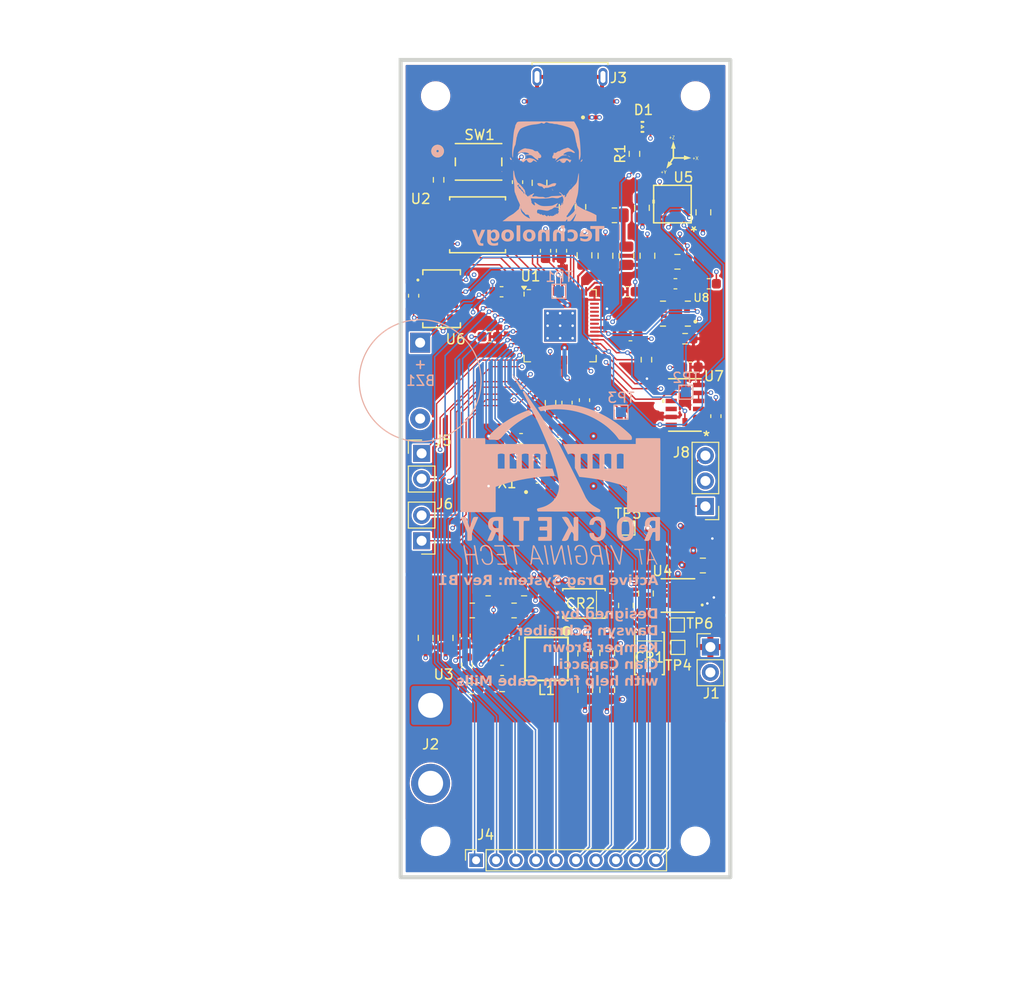
<source format=kicad_pcb>
(kicad_pcb (version 20240108) (generator "pcbnew") (generator_version "8.0")
  (layers (0 "F.Cu" signal) (1 "In1.Cu" signal) (2 "In2.Cu" signal) (31 "B.Cu" signal) (34 "B.Paste" user) (35 "F.Paste" user) (36 "B.SilkS" user "B.Silkscreen") (37 "F.SilkS" user "F.Silkscreen") (38 "B.Mask" user) (39 "F.Mask" user) (44 "Edge.Cuts" user))
  (net 0 "")
  (net 1 "GND")
  (net 2 "/MCU_RP2040/BUZZ_OUT")
  (net 3 "+1V1")
  (net 4 "Net-(U1-ADC_AVDD)")
  (net 5 "/MCU_RP2040/XIN")
  (net 6 "/VBAT")
  (net 7 "Net-(U3-VCC)")
  (net 8 "Net-(U3-SW)")
  (net 9 "Net-(U3-VBST)")
  (net 10 "Net-(U3-FB)")
  (net 11 "Net-(U4-IN)")
  (net 12 "Net-(D1-Pad2)")
  (net 13 "/MCU_RP2040/SWCLK")
  (net 14 "/MCU_RP2040/SWDIO")
  (net 15 "/MCU_RP2040/USB_D+")
  (net 16 "/MCU_RP2040/USB_D-")
  (net 17 "/MCU_RP2040/UART0_RX")
  (net 18 "/MCU_RP2040/UART0_TX")
  (net 19 "/MCU_RP2040/I2C1_SDA")
  (net 20 "/MCU_RP2040/I2C1_SCL")
  (net 21 "/MCU_RP2040/ADC_VREF")
  (net 22 "/MCU_RP2040/I2C0_SCL")
  (net 23 "/MCU_RP2040/I2C0_SDA")
  (net 24 "/MCU_RP2040/XOUT")
  (net 25 "/MCU_RP2040/QSPI_SS")
  (net 26 "Net-(U3-EN)")
  (net 27 "Net-(U3-PG)")
  (net 28 "Net-(U4-EN)")
  (net 29 "/MCU_RP2040/LED_OUT")
  (net 30 "/MCU_RP2040/QSPI_SD1")
  (net 31 "/HG1")
  (net 33 "/MCU_RP2040/CLKOUT")
  (net 35 "/MCU_RP2040/QSPI_SD2")
  (net 37 "/MCU_RP2040/QSPI_SD0")
  (net 38 "/MCU_RP2040/QSPI_SD3")
  (net 42 "/HG2")
  (net 43 "/MCU_RP2040/QSPI_SCLK")
  (net 44 "/MG")
  (net 50 "/MCU_RP2040/USB_DP")
  (net 51 "/MCU_RP2040/USB_DN")
  (net 52 "/+3V3")
  (net 53 "/+5V")
  (net 54 "/VBUS")
  (net 55 "Net-(U5-CAP)")
  (net 56 "/MAG")
  (net 65 "Net-(C11-Pad1)")
  (net 67 "Net-(R9-Pad1)")
  (net 68 "Net-(R14-Pad2)")
  (net 75 "/MCU_RP2040/GPIO2")
  (net 76 "/MCU_RP2040/GPIO10")
  (net 77 "/MCU_RP2040/GPIO4")
  (net 78 "/MCU_RP2040/GPIO8")
  (net 79 "/MCU_RP2040/GPIO6")
  (net 80 "/MCU_RP2040/GPIO7")
  (net 81 "/MCU_RP2040/GPIO9")
  (net 82 "/MCU_RP2040/GPIO11")
  (net 83 "/MCU_RP2040/GPIO3")
  (net 84 "/MCU_RP2040/GPIO1")
  (footprint "Capacitor_SMD:C_0805_2012Metric" (layer "F.Cu") (at 161.8 75.65 90)
    (property "Reference" "C29" (hide yes))
    (property "Value" "1uF")
  )
  (footprint "active-drag-system:SON8_MS5611_TEC" (layer "F.Cu") (at 135.6 84.3)
    (property "Reference" "U6")
    (property "Value" "MS560702BA03-50")
  )
  (footprint "Capacitor_SMD:C_0603_1608Metric" (layer "F.Cu") (at 163.05 96.05 90)
    (property "Reference" "C32" (hide yes))
    (property "Value" "100nF")
  )
  (footprint "Resistor_SMD:R_0603_1608Metric" (layer "F.Cu") (at 146.5 94.725 -90)
    (property "Reference" "R8" (hide yes))
    (property "Value" "1k")
  )
  (footprint "active-drag-system:SOIC_128JVSIQ_WIN" (layer "F.Cu") (at 139.2 76.9)
    (property "Reference" "U2")
    (property "Value" "W25Q128JVSIQ")
  )
  (footprint "active-drag-system:SDO_CFP5_SOD128_NEX" (layer "F.Cu") (at 149.85 114.8 180)
    (property "Reference" "CR2")
    (property "Value" "PMEG3050EP_115")
  )
  (footprint "active-drag-system:LGA_CC-14-1_ADI" (layer "F.Cu") (at 159.95 94.931502 180)
    (property "Reference" "U7")
    (property "Value" "ADXL375BCCZ")
  )
  (footprint "Capacitor_SMD:C_0805_2012Metric" (layer "F.Cu") (at 145.4 72.7 90)
    (property "Reference" "C13" (hide yes))
    (property "Value" "2.2uF")
  )
  (footprint "Resistor_SMD:R_0805_2012Metric" (layer "F.Cu") (at 140.254101 113.300126)
    (property "Reference" "R12" (hide yes))
    (property "Value" "100k")
  )
  (footprint "Capacitor_SMD:C_0603_1608Metric" (layer "F.Cu") (at 137.954101 118.000126 -90)
    (property "Reference" "C19" (hide yes))
    (property "Value" "100nF")
  )
  (footprint "Resistor_SMD:R_0603_1608Metric" (layer "F.Cu") (at 135.3 72.4 -90)
    (property "Reference" "R9" (hide yes))
    (property "Value" "1k")
  )
  (footprint "Resistor_SMD:R_0603_1608Metric" (layer "F.Cu") (at 141.654101 123.100126)
    (property "Reference" "R11" (hide yes))
    (property "Value" "150k")
  )
  (footprint "Capacitor_SMD:C_0603_1608Metric" (layer "F.Cu") (at 162.325 82.8)
    (property "Reference" "C31" (hide yes))
    (property "Value" "10nF")
  )
  (footprint "TestPoint:TestPoint_Pad_1.0x1.0mm" (layer "F.Cu") (at 159.1978 116.95)
    (property "Reference" "TP6")
    (property "Value" "VSYS")
  )
  (footprint "Capacitor_SMD:C_0805_2012Metric" (layer "F.Cu") (at 152.175887 123.45 -90)
    (property "Reference" "C22" (hide yes))
    (property "Value" "22uF")
  )
  (footprint "Capacitor_SMD:C_0805_2012Metric" (layer "F.Cu") (at 149.975887 119.8 90)
    (property "Reference" "C20" (hide yes))
    (property "Value" "22uF")
  )
  (footprint "Connector_PinHeader_2.54mm:PinHeader_1x02_P2.54mm_Vertical" (layer "F.Cu") (at 133.6 99.775)
    (property "Reference" "J5")
    (property "Value" "Conn_01x02_Pin")
  )
  (footprint "Resistor_SMD:R_0603_1608Metric" (layer "F.Cu") (at 159.975 88.3 180)
    (property "Reference" "R6" (hide yes))
    (property "Value" "10k")
  )
  (footprint "Resistor_SMD:R_0603_1608Metric" (layer "F.Cu") (at 147.9 75.1 -90)
    (property "Reference" "R3" (hide yes))
    (property "Value" "27")
  )
  (footprint "Capacitor_SMD:C_0603_1608Metric" (layer "F.Cu") (at 143.55 98.3 180)
    (property "Reference" "C10" (hide yes))
    (property "Value" "15pF")
  )
  (footprint "MountingHole:MountingHole_2.7mm_M2.5" (layer "F.Cu") (at 161 138.6)
    (property "Reference" "H3" (hide yes))
    (property "Value" "MountingHole")
  )
  (footprint "Capacitor_SMD:C_0603_1608Metric" (layer "F.Cu") (at 142.854101 118.300126 -90)
    (property "Reference" "C16" (hide yes))
    (property "Value" "100nF")
  )
  (footprint "Connector_Wire:SolderWire-2sqmm_1x02_P7.8mm_D2mm_OD3.9mm" (layer "F.Cu") (at 134.5 125 -90)
    (property "Reference" "J2")
    (property "Value" "Conn_01x02_Socket")
  )
  (footprint "Resistor_SMD:R_0805_2012Metric" (layer "F.Cu") (at 142.854101 115.500126 180)
    (property "Reference" "R13" (hide yes))
    (property "Value" "100k")
  )
  (footprint "Capacitor_SMD:C_0805_2012Metric" (layer "F.Cu") (at 155.65 75.2 -90)
    (property "Reference" "C30" (hide yes))
    (property "Value" "10uF")
  )
  (footprint "Connector_PinHeader_2.54mm:PinHeader_1x02_P2.54mm_Vertical" (layer "F.Cu") (at 133.6 108.525 180)
    (property "Reference" "J6")
    (property "Value" "Conn_01x02_Pin")
  )
  (footprint "Capacitor_SMD:C_0603_1608Metric" (layer "F.Cu") (at 159 82.8)
    (property "Reference" "C33" (hide yes))
    (property "Value" "100nF")
  )
  (footprint "Capacitor_SMD:C_0805_2012Metric" (layer "F.Cu") (at 156.0494 113.8 90)
    (property "Reference" "C26" (hide yes))
    (property "Value" "10uF")
  )
  (footprint "Capacitor_SMD:C_0805_2012Metric" (layer "F.Cu") (at 156.2 80 90)
    (property "Reference" "C5" (hide yes))
    (property "Value" "2.2uF")
  )
  (footprint "Capacitor_SMD:C_0603_1608Metric" (layer "F.Cu") (at 154.5 88)
    (property "Reference" "C9" (hide yes))
    (property "Value" "100nF")
  )
  (footprint "TestPoint:TestPoint_Pad_1.0x1.0mm" (layer "F.Cu") (at 159.2478 119.2)
    (property "Reference" "TP4")
    (property "Value" "5V")
  )
  (footprint "Capacitor_SMD:C_0603_1608Metric" (layer "F.Cu") (at 141.654101 121.500126)
    (property "Reference" "C24" (hide yes))
    (property "Value" "22pF")
  )
  (footprint "Capacitor_SMD:C_0603_1608Metric" (layer "F.Cu") (at 140.425 88.1 180)
    (property "Reference" "C8" (hide yes))
    (property "Value" "100nF")
  )
  (footprint "active-drag-system:SON_DFN6_3X3_STM" (layer "F.Cu") (at 159.25 114 180)
    (property "Reference" "U4")
    (property "Value" "LD39200PU33R")
  )
  (footprint "active-drag-system:WL-SMCW_0603" (layer "F.Cu") (at 155.7 67.1 180)
    (property "Reference" "D1")
    (property "Value" "WL-SMCW_0603")
  )
  (footprint "Resistor_SMD:R_0603_1608Metric" (layer "F.Cu") (at 156.1 90.4 90)
    (property "Reference" "R5" (hide yes))
    (property "Value" "10k")
  )
  (footprint "active-drag-system:PQFN50P250X300X97-14N" (layer "F.Cu") (at 159 85.79 180)
    (property "Reference" "U8")
    (property "Value" "IIM-42653")
  )
  (footprint "Capacitor_SMD:C_0603_1608Metric" (layer "F.Cu") (at 149.9 94.45 -90)
    (property "Reference" "C15" (hide yes))
    (property "Value" "100nF")
  )
  (footprint "Resistor_SMD:R_0603_1608Metric" (layer "F.Cu") (at 138.554101 123.300126 180)
    (property "Reference" "R14" (hide yes))
    (property "Value" "10k")
  )
  (footprint "Capacitor_SMD:C_0805_2012Metric" (layer "F.Cu") (at 149.9 79.95 90)
    (property "Reference" "C3" (hide yes))
    (property "Value" "2.2uF")
  )
  (footprint "Capacitor_SMD:C_0603_1608Metric" (layer "F.Cu") (at 146 79.5 90)
    (property "Reference" "C2" (hide yes))
    (property "Value" "100nF")
  )
  (footprint "Capacitor_SMD:C_0805_2012Metric" (layer "F.Cu") (at 149.975887 123.45 -90)
    (property "Reference" "C21" (hide yes))
    (property "Value" "22uF")
  )
  (footprint "Capacitor_SMD:C_0805_2012Metric" (layer "F.Cu") (at 134 118.25 -90)
    (property "Reference" "C18" (hide yes))
    (property "Value" "10uF")
  )
  (footprint "MountingHole:MountingHole_2.7mm_M2.5" (layer "F.Cu") (at 135 138.6)
    (property "Reference" "H4" (hide yes))
    (property "Value" "MountingHole")
  )
  (footprint "active-drag-system:XTAL_ABM8AIG-12.000MHZ-12-2Z-T3" (layer "F.Cu") (at 145.15 101.5 90)
    (property "Reference" "X1")
    (property "Value" "ABM8AIG-12.000MHZ-12-2Z-T3")
  )
  (footprint "Capacitor_SMD:C_0603_1608Metric" (layer "F.Cu") (at 141.6 83.6 180)
    (property "Reference" "C6" (hide yes))
    (property "Value" "100nF")
  )
  (footprint "Connector_PinSocket_2.00mm:PinSocket_1x10_P2.00mm_Vertical" (layer "F.Cu") (at 139.05 140.5 90)
    (property "Reference" "J4")
    (property "Value" "Conn_01x10")
  )
  (footprint "Capacitor_SMD:C_0603_1608Metric" (layer "F.Cu") (at 160.5 91.15 180)
    (property "Reference" "C35" (hide yes))
    (property "Value" "100nF")
  )
  (footprint "active-drag-system:VQFN-HR12_RJN_TEX" (layer "F.Cu") (at 140.554101 118.600126)
    (property "Reference" "U3")
    (property "Value" "TPS51386RJNR")
  )
  (footprint "Capacitor_SMD:C_0805_2012Metric" (layer "F.Cu") (at 152 80 90)
    (property "Reference" "C4" (hide yes))
    (property "Value" "2.2uF")
  )
  (footprint "active-drag-system:SW4_PTS815_SJM_250_SMTR_LFS_CNK" (layer "F.Cu") (at 139.3 70.6)
    (property "Reference" "SW1")
    (property "Value" "PTS815 SJM 250 SMTR LFS")
  )
  (footprint "active-drag-system:QFN-56-1EP_7x7mm_P0.4mm_EP3.2x3.2mm_ThermalVias" (layer "F.Cu") (at 147.4625 87)
    (property "Reference" "U1")
    (property "Value" "RP2040")
  )
  (footprint "Capacitor_SMD:C_0805_2012Metric" (layer "F.Cu") (at 152.175887 119.75 90)
    (property "Reference" "C23" (hide yes))
    (property "Value" "22uF")
  )
  (footprint "active-drag-system:WE-MAIA_4020" (layer "F.Cu") (at 146.0978 120.35 -90)
    (property "Reference" "L1")
    (property "Value" "WE-MAIA_4020")
  )
  (footprint "Capacitor_SMD:C_0603_1608Metric" (layer "F.Cu") (at 147.6 79.5 90)
    (property "Reference" "C1" (hide yes))
    (property "Value" "100nF")
  )
  (footprint "Capacitor_SMD:C_0805_2012Metric" (layer "F.Cu") (at 136 118.25 -90)
    (property "Reference" "C17" (hide yes))
    (property "Value" "10uF")
  )
  (footprint "Connector_PinHeader_2.54mm:PinHeader_1x02_P2.54mm_Vertical" (layer "F.Cu") (at 162.5 119.16)
    (property "Reference" "J1")
    (property "Value" "Conn_01x02_Pin")
  )
  (footprint "Connector_PinHeader_2.54mm:PinHeader_1x03_P2.54mm_Vertical" (layer "F.Cu") (at 162 105.08 180)
    (property "Reference" "J8")
    (property "Value" "Conn_01x03_Pin")
  )
  (footprint "TestPoint:TestPoint_Pad_1.0x1.0mm" (layer "F.Cu") (at 154.25 107.25)
    (property "Reference" "TP5")
    (property "Value" "3V3")
  )
  (footprint "Resistor_SMD:R_0805_2012Metric" (layer "F.Cu") (at 154.0494 115 90)
    (property "Reference" "R16" (hide yes))
    (property "Value" "100k")
  )
  (footprint "active-drag-system:AMPHENOL_10118193-0001LF" (layer "F.Cu") (at 148.45 62.1 180)
    (property "Reference" "J3")
    (property "Value" "10118193-0001LF")
  )
  (footprint "Capacitor_SMD:C_0603_1608Metric" (layer "F.Cu") (at 132.8 84 -90)
    (property "Reference" "C28" (hide yes))
    (property "Value" "100nF")
  )
  (footprint "Resistor_SMD:R_0805_2012Metric" (layer "F.Cu") (at 154.1 80 -90)
    (property "Reference" "R7" (hide yes))
    (property "Value" "1")
  )
  (footprint "Capacitor_SMD:C_0805_2012Metric" (layer "F.Cu") (at 159.2 80.6)
    (property "Reference" "C34" (hide yes))
    (property "Value" "2.2uF")
  )
  (footprint "MountingHole:MountingHole_2.7mm_M2.5" (layer "F.Cu") (at 135 64)
    (property "Reference" "H1" (hide yes))
    (property "Value" "MountingHole")
  )
  (footprint "Capacitor_SMD:C_0603_1608Metric" (layer "F.Cu") (at 147.3 98.8)
    (property "Reference" "C11" (hide yes))
    (property "Value" "15pF")
  )
  (footprint "Resistor_SMD:R_0805_2012Metric" (layer "F.Cu") (at 152.9 75.95)
    (property "Reference" "R2" (hide yes))
    (property "Value" "200")
  )
  (footprint "Resistor_SMD:R_0603_1608Metric_Pad0.98x0.95mm_HandSolder" (layer "F.Cu") (at 154.9 69.8 90)
    (property "Reference" "R1")
    (property "Value" "100")
  )
  (footprint "Resistor_SMD:R_0603_1608Metric" (layer "F.Cu") (at 149.5 75.1 -90)
    (property "Reference" "R4" (hide yes))
    (property "Value" "27")
  )
  (footprint "active-drag-system:3_axis" (layer "F.Cu") (at 159.35 69.8)
    (property "Reference" "G***" (hide yes))
    (property "Value" "LOGO" (hide yes))
  )
  (footprint "active-drag-system:SDO_CFP5_SOD128_NEX" (layer "F.Cu") (at 156.3978 119.8 -90)
    (property "Reference" "CR1")
    (property "Value" "PMEG3050EP_115")
  )
  (footprint "Capacitor_SMD:C_0603_1608Metric" (layer "F.Cu") (at 148.15 94.7 -90)
    (property "Reference" "C14" (hide yes))
    (property "Value" "100nF")
  )
  (footprint "MountingHole:MountingHole_2.7mm_M2.5" (layer "F.Cu") (at 161 64)
    (property "Reference" "H2" (hide yes))
    (property "Value" "MountingHole")
  )
  (footprint "Capacitor_SMD:C_0805_2012Metric" (layer "F.Cu") (at 143.854101 113.300126)
    (property "Reference" "C25" (hide yes))
    (property "Value" "1uF")
  )
  (footprint "Resistor_SMD:R_0603_1608Metric" (layer "F.Cu") (at 138.154101 121.000126 90)
    (property "Reference" "R15" (hide yes))
    (property "Value" "10k")
  )
  (footprint "active-drag-system:MMC5983MA_MEM" (layer "F.Cu") (at 158.7 74.825001 180)
    (property "Reference" "U5")
    (property "Value" "MMC5983MA")
  )
  (footprint "Capacitor_SMD:C_0805_2012Metric" (layer "F.Cu") (at 161.7478 111 180)
    (property "Reference" "C27" (hide yes))
    (property "Value" "10uF")
  )
  (footprint "Capacitor_SMD:C_0603_1608Metric" (layer "F.Cu") (at 143.2 72.625 90)
    (property "Reference" "C12" (hide yes))
    (property "Value" "100nF")
  )
  (footprint "Capacitor_SMD:C_0603_1608Metric" (layer "F.Cu") (at 154.2 83.6)
    (property "Reference" "C7" (hide yes))
    (property "Value" "100nF")
  )
  (footprint "Resistor_SMD:R_0805_2012Metric" (layer "F.Cu") (at 138.666601 115.500126)
    (property "Reference" "R10" (hide yes))
    (property "Value" "100k")
  )
  (footprint "TestPoint:TestPoint_Pad_1.0x1.0mm" (layer "B.Cu") (at 153.55 95.65 180)
    (property "Reference" "TP3")
    (property "Value" "SDA0")
  )
  (footprint "active-drag-system:rocketry_logo" (layer "B.Cu") (at 147.5 101.4 180)
    (property "Reference" "G***" (hide yes))
    (property "Value" "LOGO" (hide yes))
  )
  (footprint "TestPoint:TestPoint_Pad_1.0x1.0mm" (layer "B.Cu") (at 160.05 93.65 180)
    (property "Reference" "TP2")
    (property "Value" "SCL0")
  )
  (footprint "TestPoint:TestPoint_Pad_1.0x1.0mm" (layer "B.Cu") (at 147.35 83.55 180)
    (property "Reference" "TP1")
    (property "Value" "VCORE")
  )
  (footprint "active-drag-system:cringe_cam" (layer "B.Cu") (at 146.1 71.55 180)
    (property "Reference" "G***" (hide yes))
    (property "Value" "LOGO" (hide yes))
  )
  (footprint "Buzzer_Beeper:Buzzer_12x9.5RM7.6" (layer "B.Cu") (at 133.45 88.7 -90)
    (property "Reference" "BZ1")
    (property "Value" "Buzzer")
  )
  (gr_rect (start 131.5 60.4) (end 164.5 142.2) (stroke (width 0.4)) (fill none) (layer "Edge.Cuts"))
  (gr_text "Active Drag System: Rev B1\n\nDesigned by:\nDawsyn Schraiber\nKemper Brown\nCian Capacci\nwith help from Gabe Mills" (at 157.3 123.2 0) (layer "B.SilkS") (effects (font (size 1 1) (thickness 0.25) (bold yes)) (justify left bottom mirror)))
  (gr_text "Technology" (at 151.9 78.8 0) (layer "B.SilkS") (effects (font (size 1.5 1.5) (thickness 0.2) (bold yes)) (justify left bottom mirror)))
  (segment (start 159.25 114) (end 159.25 111.8022) (width 0.55) (layer "F.Cu") (net 1))
  (segment (start 132.8 86.15) (end 132.85 86.2) (width 0.15) (layer "F.Cu") (net 1))
  (segment (start 149.949688 125.543699) (end 149.949688 124.500126) (width 0.4) (layer "F.Cu") (net 1))
  (segment (start 156.724999 75.075001) (end 155.65 76.15) (width 0.2) (layer "F.Cu") (net 1))
  (segment (start 135.45 99.4) (end 135.45 96.19079) (width 0.127) (layer "F.Cu") (net 1))
  (segment (start 152 79.05) (end 152 77.6) (width 0.2) (layer "F.Cu") (net 1))
  (segment (start 146.4625 89.5625) (end 146.4625 90.4375) (width 0.127) (layer "F.Cu") (net 1))
  (segment (start 156.2 79.05) (end 156.2 77.8) (width 0.2) (layer "F.Cu") (net 1))
  (segment (start 160.7978 109.75) (end 160.7978 108.2978) (width 0.55) (layer "F.Cu") (net 1))
  (segment (start 145.3 71.85) (end 145.4 71.75) (width 0.15) (layer "F.Cu") (net 1))
  (segment (start 149.9 79) (end 149.9 77.6) (width 0.2) (layer "F.Cu") (net 1))
  (segment (start 158.8 84.2) (end 158.8 83.775) (width 0.15) (layer "F.Cu") (net 1))
  (segment (start 138.05 96.39079) (end 138.05 105.9) (width 0.127) (layer "F.Cu") (net 1))
  (segment (start 160.15 80.6) (end 160.15 79.05) (width 0.15) (layer "F.Cu") (net 1))
  (segment (start 152.175887 118.8) (end 152.175887 117.556175) (width 0.4) (layer "F.Cu") (net 1))
  (segment (start 140.7 82.6) (end 140.7 83.475) (width 0.15) (layer "F.Cu") (net 1))
  (segment (start 143.2 70.5) (end 143.2 71.85) (width 0.15) (layer "F.Cu") (net 1))
  (segment (start 136.7 86.6) (end 135.75 87.55) (width 0.15) (layer "F.Cu") (net 1))
  (segment (start 156.5 68.25) (end 156.5 67.1) (width 0.2) (layer "F.Cu") (net 1))
  (segment (start 138.279227 119.100252) (end 140.0478 119.100252) (width 0.4) (layer "F.Cu") (net 1))
  (segment (start 159 84.4) (end 159 84.88) (width 0.15) (layer "F.Cu") (net 1))
  (segment (start 163.05 95.275) (end 163.05 94.15) (width 0.15) (layer "F.Cu") (net 1))
  (segment (start 147.25 62.1) (end 147.25 62.55) (width 0.15) (layer "F.Cu") (net 1))
  (segment (start 136.7 86.175) (end 136.7 86.6) (width 0.15) (layer "F.Cu") (net 1))
  (segment (start 137.479227 119.25) (end 136.05 119.25) (width 0.4) (layer "F.Cu") (net 1))
  (segment (start 154.5978 112.85) (end 156.0494 112.85) (width 0.4) (layer "F.Cu") (net 1))
  (segment (start 163.1 82.8) (end 163.1 81.6) (width 0.15) (layer "F.Cu") (net 1))
  (segment (start 153.15 64.55) (end 151.65 64.55) (width 0.4) (layer "F.Cu") (net 1))
  (segment (start 144.8478 113.256427) (end 144.804101 113.300126) (width 0.4) (layer "F.Cu") (net 1))
  (segment (start 160.15 79.05) (end 160.2 79) (width 0.15) (layer "F.Cu") (net 1))
  (segment (start 140.04079 94.4) (end 138.05 96.39079) (width 0.127) (layer "F.Cu") (net 1))
  (segment (start 146 78.725) (end 146 77.3) (width 0.2) (layer "F.Cu") (net 1))
  (segment (start 152.143387 125.65) (end 152.143387 124.506427) (width 0.4) (layer "F.Cu") (net 1))
  (segment (start 160.7978 108.2978) (end 159.5 107) (width 0.55) (layer "F.Cu") (net 1))
  (segment (start 140.804164 115.45) (end 140.804164 117.200126) (width 0.15) (layer "F.Cu") (net 1))
  (segment (start 141.550001 71.674999) (end 143.024999 71.674999) (width 0.15) (layer "F.Cu") (net 1))
  (segment (start 161.16 86.54) (end 160.16 86.54) (width 0.15) (layer "F.Cu") (net 1))
  (segment (start 134.5 86.175) (end 134.5 86.3) (width 0.15) (layer "F.Cu") (net 1))
  (segment (start 160.6978 113.049999) (end 160.6978 111.1) (width 0.55) (layer "F.Cu") (net 1))
  (segment (start 162.518498 93.731502) (end 162.55 93.7) (width 0.15) (layer "F.Cu") (net 1))
  (segment (start 140.7 83.475) (end 140.825 83.6) (width 0.15) (layer "F.Cu") (net 1))
  (segment (start 159.25 111.8022) (end 159.2478 111.8) (width 0.55) (layer "F.Cu") (net 1))
  (segment (start 136.35 102.55) (end 137.05 101.85) (width 0.127) (layer "F.Cu") (net 1))
  (segment (start 145 113.496025) (end 144.804101 113.300126) (width 0.4) (layer "F.Cu") (net 1))
  (segment (start 134.5 86.3) (end 135.75 87.55) (width 0.15) (layer "F.Cu") (net 1))
  (segment (start 143.85 64.55) (end 145.25 64.55) (width 0.4) (layer "F.Cu") (net 1))
  (segment (start 153.51946 118.8) (end 152.175887 118.8) (width 0.4) (layer "F.Cu") (net 1))
  (segment (start 152.169586 124.406301) (end 152.175887 124.4) (width 0.4) (layer "F.Cu") (net 1))
  (segment (start 149.975887 117.656175) (end 149.969586 117.649874) (width 0.4) (layer "F.Cu") (net 1))
  (segment (start 143.2 71.85) (end 145.3 71.85) (width 0.15) (layer "F.Cu") (net 1))
  (segment (start 132.95 84.925) (end 132.8 84.775) (width 0.15) (layer "F.Cu") (net 1))
  (segment (start 159.45 77.8) (end 159.45 78.25) (width 0.2) (layer "F.Cu") (net 1))
  (segment (start 157.425001 72.575001) (end 157.425001 74.075) (width 0.2) (layer "F.Cu") (net 1))
  (segment (start 138.154101 120.175126) (end 137.324874 120.175126) (width 0.2) (layer "F.Cu") (net 1))
  (segment (start 137.05 101.85) (end 137.05 95.65) (width 0.127) (layer "F.Cu") (net 1))
  (segment (start 135.45 96.19079) (end 140.54079 91.1) (width 0.127) (layer "F.Cu") (net 1))
  (segment (start 137.324874 120.175126) (end 137 120.5) (width 0.2) (layer "F.Cu") (net 1))
  (segment (start 136.05 119.25) (end 136 119.2) (width 0.4) (layer "F.Cu") (net 1))
  (segment (start 147.15 64.775) (end 145.475 64.775) (width 0.4) (layer "F.Cu") (net 1))
  (segment (start 158.5 84.88) (end 158.5 84.5) (width 0.15) (layer "F.Cu") (net 1))
  (segment (start 151.25 95.3) (end 149.975 95.3) (width 0.2) (layer "F.Cu") (net 1))
  (segment (start 145.15 64.45) (end 145.25 64.55) (width 0.4) (layer "F.Cu") (net 1))
  (segment (start 142.85 94.4) (end 140.04079 94.4) (width 0.127) (layer "F.Cu") (net 1))
  (segment (start 140.804164 115.45) (end 140.804164 113.662563) (width 0.15) (layer "F.Cu") (net 1))
  (segment (start 154.975 82.625) (end 154.975 83.6) (width 0.2) (layer "F.Cu") (net 1))
  (segment (start 140.804164 113.662563) (end 141.166601 113.300126) (width 0.15) (layer "F.Cu") (net 1))
  (segment (start 137.954101 118.775126) (end 137.479227 119.25) (width 0.4) (layer "F.Cu") (net 1))
  (segment (start 160.7978 111) (end 159.6978 111) (width 0.55) (layer "F.Cu") (net 1))
  (segment (start 155.275 88.3) (end 156.6 88.3) (width 0.15) (layer "F.Cu") (net 1))
  (segment (start 136 119.2) (end 136 120.25) (width 0.4) (layer "F.Cu") (net 1))
  (segment (start 161.4 86.3) (end 161.16 86.54) (width 0.15) (layer "F.Cu") (net 1))
  (segment (start 132.875 86.175) (end 132.85 86.2) (width 0.15) (layer "F.Cu") (net 1))
  (segment (start 155.7 76.2) (end 155.65 76.15) (width 0.2) (layer "F.Cu") (net 1))
  (segment (start 143.6 70.1) (end 143.2 70.5) (width 0.15) (layer "F.Cu") (net 1))
  (segment (start 159.6978 111) (end 159.6478 110.95) (width 0.55) (layer "F.Cu") (net 1))
  (segment (start 158.5 84.5) (end 158.8 84.2) (width 0.15) (layer "F.Cu") (net 1))
  (segment (start 159.6478 110.95) (end 159.6478 110.8978) (width 0.55) (layer "F.Cu") (net 1))
  (segment (start 135.6551 78.805) (end 137.195 78.805) (width 0.15) (layer "F.Cu") (net 1))
  (segment (start 159.775 80.975) (end 160.15 80.6) (width 0.15) (layer "F.Cu") (net 1))
  (segment (start 162.993499 95.331501) (end 163.05 95.275) (width 0.15) (layer "F.Cu") (net 1))
  (segment (start 149.65 62.1) (end 147.25 62.1) (width 0.4) (layer "F.Cu") (net 1))
  (segment (start 143.024999 71.674999) (end 143.2 71.85) (width 0.15) (layer "F.Cu") (net 1))
  (segment (start 158.5 91.15) (end 158.45 91.2) (width 0.15) (layer "F.Cu") (net 1))
  (segment (start 161.320901 96.131502) (end 162.193498 96.131502) (width 0.127) (layer "F.Cu") (net 1))
  (segment (start 152.175887 117.556175) (end 152.169586 117.549874) (width 0.4) (layer "F.Cu") (net 1))
  (segment (start 149.6478 118.85) (end 149.975887 118.85) (width 0.4) (layer "F.Cu") (net 1))
  (segment (start 160.6978 111.1) (end 160.7978 111) (width 0.55) (layer "F.Cu") (net 1))
  (segment (start 157.425001 75.075001) (end 156.724999 75.075001) (width 0.2) (layer "F.Cu") (net 1))
  (segment (start 153.71946 124.4) (end 152.175887 124.4) (width 0.4) (layer "F.Cu") (net 1))
  (segment (start 137.954101 118.775126) (end 137.954101 119.975126) (width 0.4) (layer "F.Cu") (net 1))
  (segment (start 148.15 95.475) (end 149.65 95.475) (width 0.2) (layer "F.Cu") (net 1))
  (segment (start 132.8 84.775) (end 132.8 86.15) (width 0.15) (layer "F.Cu") (net 1))
  (segment (start 160.7978 111) (end 160.7978 109.75) (width 0.55) (layer "F.Cu") (net 1))
  (segment (start 149.65 95.475) (end 149.9 95.225) (width 0.2) (layer "F.Cu") (net 1))
  (segment (start 157.55 93.3) (end 154.7 93.3) (width 0.15) (layer "F.Cu") (net 1))
  (segment (start 139.55 93.15) (end 143.2 93.15) (width 0.127) (layer "F.Cu") (net 1))
  (segment (start 144.8478 111.9) (end 144.8478 113.256427) (width 0.4) (layer "F.Cu") (net 1))
  (segment (start 147.6 78.725) (end 147.6 77.4) (width 0.2) (layer "F.Cu") (net 1))
  (segment (start 161.8 76.6) (end 161.75 76.65) (width 0.4) (layer "F.Cu") (net 1))
  (segment (start 158.8 84.2) (end 159 84.4) (width 0.15) (layer "F.Cu") (net 1))
  (segment (start 137.05 95.65) (end 139.55 93.15) (width 0.127) (layer "F.Cu") (net 1))
  (segment (start 148.9978 117.6) (end 148.9978 118.2) (width 0.4) (layer "F.Cu") (net 1))
  (segment (start 161.320901 93.731502) (end 162.518498 93.731502) (width 0.15) (layer "F.Cu") (net 1))
  (segment (start 159.45 78.25) (end 160.2 79) (width 0.2) (layer "F.Cu") (net 1))
  (segment (start 161.320901 93.731502) (end 161.320901 94.531503) (width 0.15) (layer "F.Cu") (net 1))
  (segment (start 149.975 95.3) (end 149.9 95.225) (width 0.2) (layer "F.Cu") (net 1))
  (segment (start 138.05 105.9) (end 136.7 107.25) (width 0.127) (layer "F.Cu") (net 1))
  (segment (start 145.475 64.775) (end 145.25 64.55) (width 0.15) (layer "F.Cu") (net 1))
  (segment (start 151.75 62.1) (end 149.65 62.1) (width 0.4) (layer "F.Cu") (net 1))
  (segment (start 159.6478 110.8978) (end 156.25 107.5) (width 0.55) (layer "F.Cu") (net 1))
  (segment (start 145 114.5) (end 145 113.496025) (width 0.4) (layer "F.Cu") (net 1))
  (segment (start 162.193498 96.131502) (end 163.05 95.275) (width 0.127) (layer "F.Cu") (net 1))
  (segment (start 141.550001 71.674999) (end 137.049999 71.674999) (width 0.15) (layer "F.Cu") (net 1))
  (segment (start 160.7978 109.75) (end 160.7978 109.5) (width 0.55) (layer "F.Cu") (net 1))
  (segment (start 137.954101 118.775126) (end 138.279227 119.100252) (width 0.4) (layer "F.Cu") (net 1))
  (segment (start 148.9978 118.2) (end 149.6478 118.85) (width 0.4) (layer "F.Cu") (net 1))
  (segment (start 160.200001 113.049999) (end 159.25 114) (width 0.55) (layer "F.Cu") (net 1))
  (segment (start 154.7 93.3) (end 152.05 90.65) (width 0.15) (layer "F.Cu") (net 1))
  (segment (start 158.8 83.775) (end 159.775 82.8) (width 0.15) (layer "F.Cu") (net 1))
  (segment (start 159.775 82.8) (end 159.775 80.975) (width 0.15) (layer "F.Cu") (net 1))
  (segment (start 156.25 107.5) (end 156.25 107.25) (width 0.55) (layer "F.Cu") (net 1))
  (segment (start 140.54079 91.1) (end 143.65 91.1) (width 0.127) (layer "F.Cu") (net 1))
  (segment (start 136 119.2) (end 134 119.2) (width 0.4) (layer "F.Cu") (net 1))
  (segment (start 161.75 76.65) (end 161.75 77.75) (width 0.4) (layer "F.Cu") (net 1))
  (segment (start 160.6978 113.049999) (end 160.200001 113.049999) (width 0.55) (layer "F.Cu") (net 1))
  (segment (start 134 119.2) (end 134 120.25) (width 0.4) (layer "F.Cu") (net 1))
  (segment (start 149.975887 118.85) (end 149.975887 117.656175) (width 0.4) (layer "F.Cu") (net 1))
  (segment (start 139.65 88.1) (end 138.6 88.1) (width 0.15) (layer "F.Cu") (net 1))
  (segment (start 147.25 62.1) (end 145.15 62.1) (width 0.4) (layer "F.Cu") (net 1))
  (segment (start 137.954101 119.975126) (end 138.154101 120.175126) (width 0.2) (layer "F.Cu") (net 1))
  (segment (start 151.65 62.2) (end 151.75 62.1) (width 0.4) (layer "F.Cu") (net 1))
  (segment (start 145.15 62.1) (end 145.15 64.45) (width 0.4) (layer "F.Cu") (net 1))
  (segment (start 134.5 84.925) (end 132.95 84.925) (width 0.15) (layer "F.Cu") (net 1))
  (segment (start 159.725 91.15) (end 158.5 91.15) (width 0.15) (layer "F.Cu") (net 1))
  (segment (start 134.5 86.175) (end 132.875 86.175) (width 0.15) (layer "F.Cu") (net 1))
  (segment (start 151.65 64.55) (end 151.65 62.2) (width 0.4) (layer "F.Cu") (net 1))
  (segment (start 143.2 93.15) (end 144.5 91.85) (width 0.127) (layer "F.Cu") (net 1))
  (segment (start 155.7 77.15) (end 155.7 76.2) (width 0.4) (layer "F.Cu") (net 1))
  (via (at 161.75 77.75) (size 0.4572) (drill 0.254) (layers "F.Cu" "B.Cu") (net 1))
  (via (at 156.25 107.25) (size 0.4572) (drill 0.254) (layers "F.Cu" "B.Cu") (net 1))
  (via (at 146 77.3) (size 0.4572) (drill 0.254) (layers "F.Cu" "B.Cu") (net 1))
  (via (at 146.4625 89.5625) (size 0.4572) (drill 0.254) (layers "F.Cu" "B.Cu") (net 1))
  (via (at 160.2 79) (size 0.4572) (drill 0.254) (layers "F.Cu" "B.Cu") (net 1))
  (via (at 137 120.5) (size 0.4572) (drill 0.254) (layers "F.Cu" "B.Cu") (net 1))
  (via (at 137.2 78.8) (size 0.4572) (drill 0.254) (layers "F.Cu" "B.Cu") (net 1))
  (via (at 154.975 82.625) (size 0.4572) (drill 0.254) (layers "F.Cu" "B.Cu") (net 1))
  (via (at 159.2478 111.8) (size 0.4572) (drill 0.254) (layers "F.Cu" "B.Cu") (net 1))
  (via (at 163.05 94.15) (size 0.4572) (drill 0.254) (layers "F.Cu" "B.Cu") (net 1))
  (via (at 135.75 87.55) (size 0.4572) (drill 0.254) (layers "F.Cu" "B.Cu") (net 1))
  (via (at 138.75 85.65) (size 0.4572) (drill 0.254) (layers "F.Cu" "B.Cu") (net 1))
  (via (at 153.15 64.55) (size 0.4572) (drill 0.254) (layers "F.Cu" "B.Cu") (net 1))
  (via (at 155.7 77.15) (size 0.4572) (drill 0.254) (layers "F.Cu" "B.Cu") (net 1))
  (via (at 136.35 102.55) (size 0.4572) (drill 0.254) (layers "F.Cu" "B.Cu") (net 1))
  (via (at 148.9978 117.6) (size 0.4572) (drill 0.254) (layers "F.Cu" "B.Cu") (net 1))
  (via (at 152.169586 117.549874) (size 0.4572) (drill 0.254) (layers "F.Cu" "B.Cu") (net 1))
  (via (at 138.6 88.1) (size 0.4572) (drill 0.254) (layers "F.Cu" "B.Cu") (net 1))
  (via (at 140.3 103.05) (size 0.4572) (drill 0.254) (layers "F.Cu" "B.Cu") (net 1))
  (via (at 140.3 98.05) (size 0.4572) (drill 0.254) (layers "F.Cu" "B.Cu") (net 1))
  (via (at 159.5 107) (size 0.4572) (drill 0.254) (layers "F.Cu" "B.Cu") (net 1))
  (via (at 143.85 64.55) (size 0.4572) (drill 0.254) (layers "F.Cu" "B.Cu") (net 1))
  (via (at 143.65 91.1) (size 0.4572) (drill 0.254) (layers "F.Cu" "B.Cu") (net 1))
  (via (at 151.25 95.3) (size 0.4572) (drill 0.254) (layers "F.Cu" "B.Cu") (net 1))
  (via (at 155.25 71.95) (size 0.4572) (drill 0.254) (layers "F.Cu" "B.Cu") (net 1))
  (via (at 152 77.6) (size 0.4572) (drill 0.254) (layers "F.Cu" "B.Cu") (net 1))
  (via (at 150.8 103.05) (size 0.4572) (drill 0.254) (layers "F.Cu" "B.Cu") (net 1))
  (via (at 160.7978 109.5) (size 0.4572) (drill 0.254) (layers "F.Cu" "B.Cu") (net 1))
  (via (at 161.4 86.3) (size 0.4572) (drill 0.254) (layers "F.Cu" "B.Cu") (net 1))
  (via (at 150.8 98.05) (size 0.4572) (drill 0.254) (layers "F.Cu" "B.Cu") (net 1))
  (via (at 149.969586 117.649874) (size 0.4572) (drill 0.254) (layers "F.Cu" "B.Cu") (net 1))
  (via (at 153.51946 118.8) (size 0.4572) (drill 0.254) (layers "F.Cu" "B.Cu") (net 1))
  (via (at 135.45 99.4) (size 0.4572) (drill 0.254) (layers "F.Cu" "B.Cu") (net 1))
  (via (at 158.45 91.2) (size 0.4572) (drill 0.254) (layers "F.Cu" "B.Cu") (net 1))
  (via (at 149.9 77.6) (size 0.4572) (drill 0.254) (layers "F.Cu" "B.Cu") (net 1))
  (via (at 156.2 77.8) (size 0.4572) (drill 0.254) (layers "F.Cu" "B.Cu") (net 1))
  (via (at 159.45 77.8) (size 0.4572) (drill 0.254) (layers "F.Cu" "B.Cu") (net 1))
  (via (at 149.949688 125.543699) (size 0.4572) (drill 0.254) (layers "F.Cu" "B.Cu") (net 1))
  (via (at 157.425001 72.575001) (size 0.4572) (drill 0.254) (layers "F.Cu" "B.Cu") (net 1))
  (via (at 136.7 107.25) (size 0.4572) (drill 0.254) (layers "F.Cu" "B.Cu") (net 1))
  (via (at 156.5 68.25) (size 0.4572) (drill 0.254) (layers "F.Cu" "B.Cu") (net 1))
  (via (at 154.5978 112.85) (size 0.4572) (drill 0.254) (layers "F.Cu" "B.Cu") (net 1))
  (via (at 134 120.25) (size 0.4572) (drill 0.254) (layers "F.Cu" "B.Cu") (net 1))
  (via (at 138.85 81.9) (size 0.4572) (drill 0.254) (layers "F.Cu" "B.Cu") (net 1))
  (via (at 163.1 81.6) (size 0.4572) (drill 0.254) (layers "F.Cu" "B.Cu") (net 1))
  (via (at 157.55 93.3) (size 0.4572) (drill 0.254) (layers "F.Cu" "B.Cu") (net 1))
  (via (at 153.71946 124.4) (size 0.4572) (drill 0.254) (layers "F.Cu" "B.Cu") (net 1))
  (via (at 156.6 88.3) (size 0.4572) (drill 0.254) (layers "F.Cu" "B.Cu") (net 1))
  (via (at 143.6 70.1) (size 0.4572) (drill 0.254) (layers "F.Cu" "B.Cu") (net 1))
  (via (at 159.6478 110.95) (size 0.4572) (drill 0.254) (layers "F.Cu" "B.Cu") (net 1))
  (via (at 140.7 82.6) (size 0.4572) (drill 0.254) (layers "F.Cu" "B.Cu") (net 1))
  (via (at 142.85 94.4) (size 0.4572) (drill 0.254) (layers "F.Cu" "B.Cu") (net 1))
  (via (at 145 114.5) (size 0.4572) (drill 0.254) (layers "F.Cu" "B.Cu") (net 1))
  (via (at 144.8478 111.9) (size 0.4572) (drill 0.254) (layers "F.Cu" "B.Cu") (net 1))
  (via (at 152.143387 125.65) (size 0.4572) (drill 0.254) (layers "F.Cu" "B.Cu") (net 1))
  (via (at 136 120.25) (size 0.4572) (drill 0.254) (layers "F.Cu" "B.Cu") (net 1))
  (via (at 147.6 77.4) (size 0.4572) (drill 0.254) (layers "F.Cu" "B.Cu") (net 1))
  (via (at 140.804164 115.45) (size 0.4572) (drill 0.254) (layers "F.Cu" "B.Cu") (net 1))
  (via (at 152.05 90.65) (size 0.4572) (drill 0.254) (layers "F.Cu" "B.Cu") (net 1))
  (via (at 152.713094 86.613094) (size 0.4572) (drill 0.254) (layers "F.Cu" "B.Cu") (net 1))
  (via (at 132.85 86.2) (size 0.4572) (drill 0.254) (layers "F.Cu" "B.Cu") (net 1))
  (via (at 144.5 91.85) (size 0.4572) (drill 0.254) (layers "F.Cu" "B.Cu") (net 1))
  (via (at 162.55 93.7) (size 0.4572) (drill 0.254) (layers "F.Cu" "B.Cu") (net 1))
  (segment (start 155.25 71.95) (end 155 72.2) (width 0.15) (layer "B.Cu") (net 1))
  (segment (start 155 72.2) (end 155 84.3) (width 0.15) (layer "B.Cu") (net 1))
  (segment (start 138.75 85.25) (end 140.7 83.3) (width 0.15) (layer "B.Cu") (net 1))
  (segment (start 152.713094 86.586906) (end 152.713094 86.613094) (width 0.15) (layer "B.Cu") (net 1))
  (segment (start 155 84.3) (end 152.713094 86.586906) (width 0.15) (layer "B.Cu") (net 1))
  (segment (start 138.75 85.65) (end 138.75 85.25) (width 0.15) (layer "B.Cu") (net 1))
  (segment (start 140.7 83.3) (end 140.7 82.6) (width 0.15) (layer "B.Cu") (net 1))
  (segment (start 143.5875 84.8) (end 143.2875 84.5) (width 0.127) (layer "F.Cu") (net 2))
  (segment (start 140.3 84.5) (end 139.7 83.9) (width 0.127) (layer "F.Cu") (net 2))
  (segment (start 144.025 84.8) (end 143.5875 84.8) (width 0.127) (layer "F.Cu") (net 2))
  (segment (start 143.2875 84.5) (end 140.3 84.5) (width 0.127) (layer "F.Cu") (net 2))
  (segment (start 139.7 83.9) (end 139.35 83.9) (width 0.127) (layer "F.Cu") (net 2))
  (via (at 139.35 83.9) (size 0.4572) (drill 0.254) (layers "F.Cu" "B.Cu") (net 2))
  (segment (start 138.65 84.6) (end 137.8 84.6) (width 0.15) (layer "B.Cu") (net 2))
  (segment (start 139.35 83.9) (end 138.65 84.6) (width 0.15) (layer "B.Cu") (net 2))
  (segment (start 137.8 84.6) (end 133.8 88.6) (width 0.15) (layer "B.Cu") (net 2))
  (segment (start 133.8 88.6) (end 133.8 88.7) (width 0.127) (layer "B.Cu") (net 2))
  (segment (start 149.6 93.65) (end 150.15 93.65) (width 0.2) (layer "F.Cu") (net 3))
  (segment (start 149.2625 83.5625) (end 149.2625 84.3375) (width 0.2) (layer "F.Cu") (net 3))
  (segment (start 149.2625 82.0375) (end 149.9 81.4) (width 0.2) (layer "F.Cu") (net 3))
  (segment (start 148.0625 90.4375) (end 148.0625 92.075) (width 0.15) (layer "F.Cu") (net 3))
  (segment (start 148.1875 92.2) (end 148.1875 92.2375) (width 0.15) (layer "F.Cu") (net 3))
  (segment (start 148.1875 92.2375) (end 149.6 93.65) (width 0.15) (layer "F.Cu") (net 3))
  (segment (start 147.2625 81.5375) (end 146.4 80.675) (width 0.15) (layer "F.Cu") (net 3))
  (segment (start 148.0625 92.075) (end 148.1875 92.2) (width 0.15) (layer "F.Cu") (net 3))
  (segment (start 149.2625 84.3375) (end 149.15 84.45) (width 0.2) (layer "F.Cu") (net 3))
  (segment (start 147.2625 81.9375) (end 147.2625 81.5375) (width 0.15) (layer "F.Cu") (net 3))
  (segment (start 149.9 81.4) (end 149.9 80.9) (width 0.2) (layer "F.Cu") (net 3))
  (segment (start 149.2625 83.5625) (end 149.2625 82.0375) (width 0.2) (layer "F.Cu") (net 3))
  (segment (start 147.2625 81.9375) (end 147.2625 83.5625) (width 0.15) (layer "F.Cu") (net 3))
  (via (at 147.2625 81.9375) (size 0.4572) (drill 0.254) (layers "F.Cu" "B.Cu") (net 3))
  (via (at 148.1875 92.2) (size 0.4572) (drill 0.254) (layers "F.Cu" "B.Cu") (net 3))
  (via (at 148.2 84.949998) (size 0.4572) (drill 0.254) (layers "F.Cu" "B.Cu") (net 3))
  (via (at 147.9 89.2) (size 0.4572) (drill 0.254) (layers "F.Cu" "B.Cu") (net 3))
  (segment (start 147.2625 84.012498) (end 148.2 84.949998) (width 0.4) (layer "B.Cu") (net 3))
  (segment (start 147.9 89.2) (end 147.9 91.9125) (width 0.4) (layer "B.Cu") (net 3))
  (segment (start 147.2625 83.3) (end 147.2625 84.012498) (width 0.4) (layer "B.Cu") (net 3))
  (segment (start 147.9 91.9125) (end 148.1875 92.2) (width 0.4) (layer "B.Cu") (net 3))
  (segment (start 147.2625 81.9375) (end 147.2625 83.3) (width 0.4) (layer "B.Cu") (net 3))
  (segment (start 154.1 80.9125) (end 156.1625 80.9125) (width 0.4) (layer "F.Cu") (net 4))
  (segment (start 150.0625 83.5625) (end 150.925 82.7) (width 0.2) (layer "F.Cu") (net 4))
  (segment (start 156.1625 80.9125) (end 156.2 80.95) (width 0.15) (layer "F.Cu") (net 4))
  (segment (start 150.925 82.7) (end 152.1 82.7) (width 0.2) (layer "F.Cu") (net 4))
  (segment (start 153.4875 81.3125) (end 153.7 81.3125) (width 0.2) (layer "F.Cu") (net 4))
  (segment (start 152.1 82.7) (end 153.4875 81.3125) (width 0.2) (layer "F.Cu") (net 4))
  (segment (start 154.1875 81) (end 154.1 80.9125) (width 0.15) (layer "F.Cu") (net 4))
  (segment (start 146.8625 91.443) (end 146.8055 91.5) (width 0.127) (layer "F.Cu") (net 5))
  (segment (start 145.042 99.017) (end 144.325 98.3) (width 0.33) (layer "F.Cu") (net 5))
  (segment (start 144.05 102.3) (end 144.75 102.3) (width 0.33) (layer "F.Cu") (net 5))
  (segment (start 146.8625 90.4375) (end 146.8625 91.443) (width 0.127) (layer "F.Cu") (net 5))
  (segment (start 144.325 94.675) (end 146.8055 92.1945) (width 0.33) (layer "F.Cu") (net 5))
  (segment (start 144.325 98.3) (end 144.325 94.675) (width 0.33) (layer "F.Cu") (net 5))
  (segment (start 145.042 102.008) (end 145.042 99.017) (width 0.33) (layer "F.Cu") (net 5))
  (segment (start 146.8055 92.1945) (end 146.8055 91.5) (width 0.33) (layer "F.Cu") (net 5))
  (segment (start 144.75 102.3) (end 145.042 102.008) (width 0.33) (layer "F.Cu") (net 5))
  (segment (start 142.904101 113.300126) (end 142.904101 114.537626) (width 0.2) (layer "F.Cu") (net 7))
  (segment (start 141.2478 117.143636) (end 141.30429 117.200126) (width 0.2) (layer "F.Cu") (net 7))
  (segment (start 142.904101 114.537626) (end 141.941601 115.500126) (width 0.2) (layer "F.Cu") (net 7))
  (segment (start 141.941601 115.500126) (end 141.2478 116.193927) (width 0.2) (layer "F.Cu") (net 7))
  (segment (start 141.2478 116.193927) (end 141.2478 117.143636) (width 0.2) (layer "F.Cu") (net 7))
  (segment (start 142.854101 119.075126) (end 144.794101 119.075126) (width 0.8) (layer "F.Cu") (net 8))
  (segment (start 144.794101 119.075126) (end 144.969101 118.900126) (width 0.4) (layer "F.Cu") (net 8))
  (segment (start 142.479101 118.700126) (end 142.854101 119.075126) (width 0.4) (layer "F.Cu") (net 8))
  (segment (start 141.054101 118.700126) (end 142.479101 118.700126) (width 0.4) (layer "F.Cu") (net 8))
  (segment (start 142.028976 117.525126) (end 142.854101 117.525126) (width 0.4) (layer "F.Cu") (net 9))
  (segment (start 141.454102 118.1) (end 142.028976 117.525126) (width 0.4) (layer "F.Cu") (net 9))
  (segment (start 140.879101 121.500126) (end 140.879101 123.050126) (width 0.2) (layer "F.Cu") (net 10))
  (segment (start 140.829101 123.100126) (end 139.579101 123.100126) (width 0.2) (layer "F.Cu") (net 10))
  (segment (start 140.304038 120.000126) (end 140.304038 120.925063) (width 0.2) (layer "F.Cu") (net 10))
  (segment (start 139.579101 123.100126) (end 139.379101 123.300126) (width 0.2) (layer "F.Cu") (net 10))
  (segment (start 140.879101 123.050126) (end 140.829101 123.100126) (width 0.2) (layer "F.Cu") (net 10))
  (segment (start 140.304038 120.925063) (end 140.879101 121.500126) (width 0.2) (layer "F.Cu") (net 10))
  (segment (start 154.8869 115.9125) (end 156.0494 114.75) (width 0.4) (layer "F.Cu") (net 11))
  (segment (start 157.602199 114.75) (end 157.8022 114.950001) (width 0.4) (layer "F.Cu") (net 11))
  (segment (start 157.8022 115.5544) (end 157.8022 114.950001) (width 0.15) (layer "F.Cu") (net 11))
  (segment (start 152.9369 114.8) (end 154.0494 115.9125) (width 0.4) (layer "F.Cu") (net 11))
  (segment (start 156.0494 114.75) (end 157.602199 114.75) (width 0.4) (layer "F.Cu") (net 11))
  (segment (start 156.3978 117.5013) (end 155.6382 117.5013) (width 0.4) (layer "F.Cu") (net 11))
  (segment (start 155.6382 117.5013) (end 154.0494 115.9125) (width 0.4) (layer "F.Cu") (net 11))
  (segment (start 154.0494 115.9125) (end 154.8869 115.9125) (width 0.4) (layer "F.Cu") (net 11))
  (segment (start 152.1487 114.8) (end 152.9369 114.8) (width 0.4) (layer "F.Cu") (net 11))
  (segment (start 159.1978 116.95) (end 157.8022 115.5544) (width 0.15) (layer "F.Cu") (net 11))
  (segment (start 154.9 68.8875) (end 154.9 67.1) (width 0.2) (layer "F.Cu") (net 12))
  (segment (start 148.4625 90.4375) (end 148.4625 91.0625) (width 0.15) (layer "F.Cu") (net 13))
  (segment (start 148.4625 91.0625) (end 152.85 95.45) (width 0.15) (layer "F.Cu") (net 13))
  (segment (start 152.85 102.35) (end 155.55 105.05) (width 0.15) (layer "F.Cu") (net 13))
  (segment (start 155.55 105.05) (end 162.6 105.05) (width 0.15) (layer "F.Cu") (net 13))
  (segment (start 152.85 95.45) (end 152.85 102.35) (width 0.15) (layer "F.Cu") (net 13))
  (segment (start 158.2 103.55) (end 161.78 99.97) (width 0.15) (layer "F.Cu") (net 14))
  (segment (start 154 95.970268) (end 154 101.7) (width 0.15) (layer "F.Cu") (net 14))
  (segment (start 148.8625 90.4375) (end 148.8625 90.832768) (width 0.15) (layer "F.Cu") (net 14))
  (segment (start 155.85 103.55) (end 158.2 103.55) (width 0.15) (layer "F.Cu") (net 14))
  (segment (start 154 101.7) (end 155.85 103.55) (width 0.15) (layer "F.Cu") (net 14))
  (segment (start 161.78 99.97) (end 162.6 99.97) (width 0.15) (layer "F.Cu") (net 14))
  (segment (start 148.8625 90.832768) (end 154 95.970268) (width 0.15) (layer "F.Cu") (net 14))
  (segment (start 147.9 74.275) (end 147.9 73.562499) (width 0.15) (layer "F.Cu") (net 15))
  (segment (start 148.55 65.703096) (end 148.45 65.603096) (width 0.15) (layer "F.Cu") (net 15))
  (segment (start 147.9 73.562499) (end 148.55 72.912499) (width 0.15) (layer "F.Cu") (net 15))
  (segment (start 148.55 72.912499) (end 148.55 65.703096) (width 0.15) (layer "F.Cu") (net 15))
  (segment (start 148.45 65.603096) (end 148.45 64.775) (width 0.15) (layer "F.Cu") (net 15))
  (segment (start 148.85 65.703096) (end 149.1 65.453096) (width 0.15) (layer "F.Cu") (net 16))
  (segment (start 149.5 74.275) (end 149.5 73.562499) (width 0.15) (layer "F.Cu") (net 16))
  (segment (start 148.85 72.912499) (end 148.85 65.703096) (width 0.15) (layer "F.Cu") (net 16))
  (segment (start 149.5 73.562499) (end 148.85 72.912499) (width 0.15) (layer "F.Cu") (net 16))
  (segment (start 149.1 65.453096) (end 149.1 64.775) (width 0.15) (layer "F.Cu") (net 16))
  (segment (start 136.5 95.5) (end 136.5 101.15) (width 0.127) (layer "F.Cu") (net 17))
  (segment (start 145.013504 91.0655) (end 144.5845 91.0655) (width 0.127) (layer "F.Cu") (net 17))
  (segment (start 135.335 102.315) (end 133.6 102.315) (width 0.127) (layer "F.Cu") (net 17))
  (segment (start 143.05 92.6) (end 139.4 92.6) (width 0.127) (layer "F.Cu") (net 17))
  (segment (start 139.4 92.6) (end 136.5 95.5) (width 0.127) (layer "F.Cu") (net 17))
  (segment (start 144.5845 91.0655) (end 143.05 92.6) (width 0.127) (layer "F.Cu") (net 17))
  (segment (start 145.2625 90.816504) (end 145.013504 91.0655) (width 0.127) (layer "F.Cu") (net 17))
  (segment (start 145.2625 90.4375) (end 145.2625 90.816504) (width 0.127) (layer "F.Cu") (net 17))
  (segment (start 136.5 101.15) (end 135.335 102.315) (width 0.127) (layer "F.Cu") (net 17))
  (segment (start 139.4625 90.4375) (end 135.1 94.8) (width 0.127) (layer "F.Cu") (net 18))
  (segment (start 144.8625 90.4375) (end 139.4625 90.4375) (width 0.127) (layer "F.Cu") (net 18))
  (segment (start 135.1 94.8) (end 135.1 98.275) (width 0.127) (layer "F.Cu") (net 18))
  (segment (start 135.1 98.275) (end 133.6 99.775) (width 0.127) (layer "F.Cu") (net 18))
  (segment (start 139.45 93.85) (end 137.6 95.7) (width 0.127) (layer "F.Cu") (net 19))
  (segment (start 143.15 93.85) (end 139.45 93.85) (width 0.127) (layer "F.Cu") (net 19))
  (segment (start 133.635 105.95) (end 133.6 105.985) (width 0.127) (layer "F.Cu") (net 19))
  (segment (start 145.6625 90.4375) (end 145.6625 91.3375) (width 0.127) (layer "F.Cu") (net 19))
  (segment (start 137.6 95.7) (end 137.6 105.45) (width 0.127) (layer "F.Cu") (net 19))
  (segment (start 137.6 105.45) (end 137.1 105.95) (width 0.127) (layer "F.Cu") (net 19))
  (segment (start 137.1 105.95) (end 133.635 105.95) (width 0.127) (layer "F.Cu") (net 19))
  (segment (start 145.6625 91.3375) (end 143.15 93.85) (width 0.127) (layer "F.Cu") (net 19))
  (segment (start 146.0625 90.4375) (end 146.0625 92.0375) (width 0.127) (layer "F.Cu") (net 20))
  (segment (start 146.0625 92.0375) (end 143.1 95) (width 0.127) (layer "F.Cu") (net 20))
  (segment (start 137.425 108.525) (end 133.6 108.525) (width 0.127) (layer "F.Cu") (net 20))
  (segment (start 143.1 95) (end 139.8 95) (width 0.127) (layer "F.Cu") (net 20))
  (segment (start 138.45 107.5) (end 137.425 108.525) (width 0.127) (layer "F.Cu") (net 20))
  (segment (start 139.8 95) (end 138.45 96.35) (width 0.127) (layer "F.Cu") (net 20))
  (segment (start 138.45 96.35) (end 138.45 107.5) (width 0.127) (layer "F.Cu") (net 20))
  (segment (start 153.8125 78.8) (end 153.8125 75.95) (width 0.4) (layer "F.Cu") (net 21))
  (segment (start 154.1 79.0875) (end 153.8125 78.8) (width 0.4) (layer "F.Cu") (net 21))
  (segment (start 160.4 76.2) (end 160.4 76.000003) (width 0.127) (layer "F.Cu") (net 22))
  (segment (start 151.808262 88.4) (end 153.108262 89.7) (width 0.15) (layer "F.Cu") (net 22))
  (segment (start 159.95 95.531502) (end 159.95 96.65) (width 0.15) (layer "F.Cu") (net 22))
  (segment (start 156.29 89.7) (end 159 86.99) (width 0.15) (layer "F.Cu") (net 22))
  (segment (start 160.4 76.000003) (end 159.974999 75.575002) (width 0.2) (layer "F.Cu") (net 22))
  (segment (start 136.7 82.425) (end 138.025 82.425) (width 0.15) (layer "F.Cu") (net 22))
  (segment (start 138.025 82.425) (end 138.05 82.4) (width 0.15) (layer "F.Cu") (net 22))
  (segment (start 150.9 88.4) (end 151.808262 88.4) (width 0.15) (layer "F.Cu") (net 22))
  (segment (start 153.108262 89.7) (end 156.29 89.7) (width 0.15) (layer "F.Cu") (net 22))
  (segment (start 159 86.99) (end 159 86.7) (width 0.15) (layer "F.Cu") (net 22))
  (via (at 159.95 95.531502) (size 0.4572) (drill 0.254) (layers "F.Cu" "B.Cu") (net 22))
  (via (at 160.4 76.2) (size 0.4572) (drill 0.254) (layers "F.Cu" "B.Cu") (net 22))
  (via (at 138.05 82.4) (size 0.4572) (drill 0.254) (layers "F.Cu" "B.Cu") (net 22))
  (via (at 154.2 89.7) (size 0.4572) (drill 0.254) (layers "F.Cu" "B.Cu") (net 22))
  (segment (start 162.5 86.55) (end 162.5 81.95) (width 0.15) (layer "B.Cu") (net 22))
  (segment (start 154.2 89.7) (end 153.55 89.7) (width 0.15) (layer "B.Cu") (net 22))
  (segment (start 160.05 89) (end 162.5 86.55) (width 0.15) (layer "B.Cu") (net 22))
  (segment (start 154.65 90.15) (end 154.65 92.1) (width 0.15) (layer "B.Cu") (net 22))
  (segment (start 158.568498 94.15) (end 159.95 95.531502) (width 0.15) (layer "B.Cu") (net 22))
  (segment (start 158.568498 94.15) (end 159.068498 93.65) (width 0.15) (layer "B.Cu") (net 22))
  (segment (start 153.55 89.7) (end 151.55 87.7) (width 0.15) (layer "B.Cu") (net 22))
  (segment (start 151.55 87.7) (end 151.55 82.9) (width 0.15) (layer "B.Cu") (net 22))
  (segment (start 160.05 93.65) (end 160.05 89) (width 0.15) (layer "B.Cu") (net 22))
  (segment (start 154.65 92.1) (end 156.7 94.15) (width 0.15) (layer "B.Cu") (net 22))
  (segment (start 157.75 76.1) (end 158.5 75.35) (width 0.15) (layer "B.Cu") (net 22))
  (segment (start 159.068498 93.65) (end 160.05 93.65) (width 0.15) (layer "B.Cu") (net 22))
  (segment (start 151.55 82.9) (end 148.8 80.15) (width 0.15) (layer "B.Cu") (net 22))
  (segment (start 157.75 77.2) (end 157.75 76.1) (width 0.15) (layer "B.Cu") (net 22))
  (segment (start 158.5 75.35) (end 159.55 75.35) (width 0.15) (layer "B.Cu") (net 22))
  (segment (start 156.7 94.15) (end 158.568498 94.15) (width 0.15) (layer "B.Cu") (net 22))
  (segment (start 154.2 89.7) (end 154.65 90.15) (width 0.15) (layer "B.Cu") (net 22))
  (segment (start 162.5 81.95) (end 157.75 77.2) (width 0.15) (layer "B.Cu") (net 22))
  (segment (start 148.8 80.15) (end 139.75 80.15) (width 0.15) (layer "B.Cu") (net 22))
  (segment (start 139.75 80.15) (end 138.1 81.8) (width 0.15) (layer "B.Cu") (net 22))
  (segment (start 138.1 81.8) (end 138.1 82.35) (width 0.15) (layer "B.Cu") (net 22))
  (segment (start 159.55 75.35) (end 160.4 76.2) (width 0.15) (layer "B.Cu") (net 22))
  (segment (start 156.9 90.4) (end 159.5 87.8) (width 0.15) (layer "F.Cu") (net 23))
  (segment (start 159.85 76.95) (end 159.85 76.499999) (width 0.2) (layer "F.Cu") (net 23))
  (segment (start 157.481501 96.931501) (end 157.45 96.9) (width 0.15) (layer "F.Cu") (net 23))
  (segment (start 150.9 88.8) (end 151.5 88.8) (width 0.15) (layer "F.Cu") (net 23))
  (segment (start 153.1 90.4) (end 156.9 90.4) (width 0.15) (layer "F.Cu") (net 23))
  (segment (start 137.925 83.675) (end 138 83.6) (width 0.15) (layer "F.Cu") (net 23))
  (segment (start 159.600001 86.800001) (end 159.5 86.7) (width 0.15) (layer "F.Cu") (net 23))
  (segment (start 151.5 88.8) (end 153.1 90.4) (width 0.15) (layer "F.Cu") (net 23))
  (segment (start 158.579099 96.931501) (end 157.481501 96.931501) (width 0.15) (layer "F.Cu") (net 23))
  (segment (start 136.7 83.675) (end 137.925 83.675) (width 0.15) (layer "F.Cu") (net 23))
  (segment (start 159.5 87.8) (end 159.5 86.7) (width 0.15) (layer "F.Cu") (net 23))
  (segment (start 159.85 76.499999) (end 159.450001 76.1) (width 0.2) (layer "F.Cu") (net 23))
  (via (at 138 83.6) (size 0.4572) (drill 0.254) (layers "F.Cu" "B.Cu") (net 23))
  (via (at 157.45 96.9) (size 0.4572) (drill 0.254) (layers "F.Cu" "B.Cu") (net 23))
  (via (at 152.323231 89.576769) (size 0.4572) (drill 0.254) (layers "F.Cu" "B.Cu") (net 23))
  (via (at 159.85 76.95) (size 0.4572) (drill 0.254) (layers "F.Cu" "B.Cu") (net 23))
  (segment (start 154.625 94.725) (end 153.7 95.65) (width 0.15) (layer "B.Cu") (net 23))
  (segment (start 163.8 80.9) (end 159.85 76.95) (width 0.15) (layer "B.Cu") (net 23))
  (segment (start 138.15 83.6) (end 138 83.6) (width 0.15) (layer "B.Cu") (net 23))
  (segment (start 157.45 96.9) (end 156.8 96.9) (width 0.15) (layer "B.Cu") (net 23))
  (segment (start 152.8 90.053538) (end 152.323231 89.576769) (width 0.15) (layer "B.Cu") (net 23))
  (segment (start 149.85 83.4) (end 147.7 81.25) (width 0.15) (layer "B.Cu") (net 23))
  (segment (start 159.85 96.9) (end 161.7 95.05) (width 0.15) (layer "B.Cu") (net 23))
  (segment (start 156.8 96.9) (end 154.625 94.725) (width 0.15) (layer "B.Cu") (net 23))
  (segment (start 152.8 92.9) (end 152.8 90.053538) (width 0.15) (layer "B.Cu") (net 23))
  (segment (start 152.323231 89.576769) (end 151.676769 89.576769) (width 0.15) (layer "B.Cu") (net 23))
  (segment (start 149.85 87.75) (end 149.85 83.4) (width 0.15) (layer "B.Cu") (net 23))
  (segment (start 163.8 90.15) (end 163.8 80.9) (width 0.15) (layer "B.Cu") (net 23))
  (segment (start 161.7 92.25) (end 163.8 90.15) (width 0.15) (layer "B.Cu") (net 23))
  (segment (start 154.625 94.725) (end 152.8 92.9) (width 0.15) (layer "B.Cu") (net 23))
  (segment (start 161.7 95.05) (end 161.7 92.25) (width 0.15) (layer "B.Cu") (net 23))
  (segment (start 153.7 95.65) (end 153.55 95.65) (width 0.15) (layer "B.Cu") (net 23))
  (segment (start 157.45 96.9) (end 159.85 96.9) (width 0.15) (layer "B.Cu") (net 23))
  (segment (start 140.5 81.25) (end 138.15 83.6) (width 0.15) (layer "B.Cu") (net 23))
  (segment (start 151.676769 89.576769) (end 149.85 87.75) (width 0.15) (layer "B.Cu") (net 23))
  (segment (start 147.7 81.25) (end 140.5 81.25) (width 0.15) (layer "B.Cu") (net 23))
  (segment (start 147.2625 92.8375) (end 147.2625 91.5) (width 0.33) (layer "F.Cu") (net 24))
  (segment (start 146.5 93.6) (end 147.2625 92.8375) (width 0.33) (layer "F.Cu") (net 24))
  (segment (start 146.5 93.9) (end 146.5 93.6) (width 0.15) (layer "F.Cu") (net 24))
  (segment (start 147.2625 90.4375) (end 147.2625 91.5) (width 0.127) (layer "F.Cu") (net 24))
  (segment (start 144.8625 83.5625) (end 144.0625 83.5625) (width 0.15) (layer "F.Cu") (net 25))
  (segment (start 144.0625 83.5625) (end 141.4 80.9) (width 0.15) (layer "F.Cu") (net 25))
  (segment (start 135.3 74.7399) (end 135.5551 74.995) (width 0.15) (layer "F.Cu") (net 25))
  (segment (start 135.3 73.225) (end 135.3 74.7399) (width 0.15) (layer "F.Cu") (net 25))
  (segment (start 133.3 76.7) (end 135.005 74.995) (width 0.15) (layer "F.Cu") (net 25))
  (segment (start 134.3 80.9) (end 133.3 79.9) (width 0.15) (layer "F.Cu") (net 25))
  (segment (start 141.4 80.9) (end 134.3 80.9) (width 0.15) (layer "F.Cu") (net 25))
  (segment (start 133.3 79.9) (end 133.3 76.7) (width 0.15) (layer "F.Cu") (net 25))
  (segment (start 139.579101 113.537626) (end 139.341601 113.300126) (width 0.2) (layer "F.Cu") (net 26))
  (segment (start 140.304038 116.225063) (end 140.304038 117.200126) (width 0.2) (layer "F.Cu") (net 26))
  (segment (start 139.579101 115.500126) (end 139.579101 113.537626) (width 0.2) (layer "F.Cu") (net 26))
  (segment (start 139.579101 115.500126) (end 140.304038 116.225063) (width 0.2) (layer "F.Cu") (net 26))
  (segment (start 143.766601 115.500126) (end 145.047674 115.500126) (width 0.4) (layer "F.Cu") (net 27))
  (segment (start 145.047674 115.500126) (end 145.0478 115.5) (width 0.4) (layer "F.Cu") (net 27))
  (segment (start 139.5478 120.9) (end 139.5478 120.256238) (width 0.2) (layer "F.Cu") (net 27))
  (segment (start 139.5478 120.256238) (end 139.803912 120.000126) (width 0.2) (layer "F.Cu") (net 27))
  (via (at 139.5478 120.9) (size 0.4572) (drill 0.254) (layers "F.Cu" "B.Cu") (net 27))
  (via (at 145.0478 115.5) (size 0.4572) (drill 0.254) (layers "F.Cu" "B.Cu") (net 27))
  (segment (start 139.6478 120.9) (end 145.0478 115.5) (width 0.2) (layer "B.Cu") (net 27))
  (segment (start 139.5478 120.9) (end 139.6478 120.9) (width 0.2) (layer "B.Cu") (net 27))
  (segment (start 154.2139 113.923) (end 157.7252 113.923) (width 0.4) (layer "F.Cu") (net 28))
  (segment (start 154.0494 114.0875) (end 154.2139 113.923) (width 0.4) (layer "F.Cu") (net 28))
  (segment (start 157.7252 113.923) (end 157.8022 114) (width 0.4) (layer "F.Cu") (net 28))
  (segment (start 152.1 86.4) (end 152.3 86.2) (width 0.15) (layer "F.Cu") (net 29))
  (segment (start 154.9 71.4) (end 154.9 70.7125) (width 0.15) (layer "F.Cu") (net 29))
  (segment (start 154.35 71.95) (end 154.9 71.4) (width 0.15) (layer "F.Cu") (net 29))
  (segment (start 150.9 86.4) (end 152.1 86.4) (width 0.15) (layer "F.Cu") (net 29))
  (via (at 154.35 71.95) (size 0.4572) (drill 0.254) (layers "F.Cu" "B.Cu") (net 29))
  (via (at 152.3 86.2) (size 0.4572) (drill 0.254) (layers "F.Cu" "B.Cu") (net 29))
  (segment (start 152.308961 86.2) (end 152.3 86.2) (width 0.15) (layer "B.Cu") (net 29))
  (segment (start 153.6 72.7) (end 153.6 84.908961) (width 0.15) (layer "B.Cu") (net 29))
  (segment (start 154.35 71.95) (end 153.6 72.7) (width 0.15) (layer "B.Cu") (net 29))
  (segment (start 153.6 84.908961) (end 152.308961 86.2) (width 0.15) (layer "B.Cu") (net 29))
  (segment (start 145.2625 83.5625) (end 145.2625 83.1625) (width 0.15) (layer "F.Cu") (net 30))
  (segment (start 134.6 80.2) (end 133.9 79.5) (width 0.15) (layer "F.Cu") (net 30))
  (segment (start 145.2625 83.1625) (end 144.8 82.7) (width 0.15) (layer "F.Cu") (net 30))
  (segment (start 144 82.7) (end 141.5 80.2) (width 0.15) (layer "F.Cu") (net 30))
  (segment (start 133.9 79.5) (end 133.9 77.5) (width 0.15) (layer "F.Cu") (net 30))
  (segment (start 133.9 77.5) (end 134.935 76.465) (width 0.15) (layer "F.Cu") (net 30))
  (segment (start 144.8 82.7) (end 144 82.7) (width 0.15) (layer "F.Cu") (net 30))
  (segment (start 141.5 80.2) (end 134.6 80.2) (width 0.15) (layer "F.Cu") (net 30))
  (segment (start 156.45 92.8) (end 156.8 92.45) (width 0.15) (layer "F.Cu") (net 31))
  (segment (start 158.1 92.45) (end 158.579099 92.929099) (width 0.15) (layer "F.Cu") (net 31))
  (segment (start 158.579099 92.929099) (end 158.579099 92.931501) (width 0.15) (layer "F.Cu") (net 31))
  (segment (start 150.9 89.2) (end 151.3375 89.2) (width 0.15) (layer "F.Cu") (net 31))
  (segment (start 154.9375 92.8) (end 156.45 92.8) (width 0.15) (layer "F.Cu") (net 31))
  (segment (start 156.8 92.45) (end 158.1 92.45) (width 0.15) (layer "F.Cu") (net 31))
  (segment (start 151.3375 89.2) (end 154.9375 92.8) (width 0.15) (layer "F.Cu") (net 31))
  (segment (start 157.46 85.54) (end 157.84 85.54) (width 0.33) (layer "F.Cu") (net 33))
  (segment (start 150.9 87.2) (end 151.5 87.2) (width 0.15) (layer "F.Cu") (net 33))
  (segment (start 151.5 87.2) (end 155.8 87.2) (width 0.33) (layer "F.Cu") (net 33))
  (segment (start 155.8 87.2) (end 157.46 85.54) (width 0.33) (layer "F.Cu") (net 33))
  (segment (start 145.6625 83.5625) (end 145.6625 83.0625) (width 0.15) (layer "F.Cu") (net 35))
  (segment (start 144.3 82.1) (end 139.735 77.535) (width 0.15) (layer "F.Cu") (net 35))
  (segment (start 139.735 77.535) (end 135.5551 77.535) (width 0.15) (layer "F.Cu") (net 35))
  (segment (start 144.7 82.1) (end 144.3 82.1) (width 0.15) (layer "F.Cu") (net 35))
  (segment (start 145.6625 83.0625) (end 144.7 82.1) (width 0.15) (layer "F.Cu") (net 35))
  (segment (start 146.0625 82.9625) (end 142.8449 79.7449) (width 0.15) (layer "F.Cu") (net 37))
  (segment (start 146.0625 83.5625) (end 146.0625 82.9625) (width 0.15) (layer "F.Cu") (net 37))
  (segment (start 142.8449 79.7449) (end 142.8449 78.805) (width 0.15) (layer "F.Cu") (net 37))
  (segment (start 143.465 76.265) (end 142.8449 76.265) (width 0.15) (layer "F.Cu") (net 38))
  (segment (start 146.8625 82.4625) (end 145.2 80.8) (width 0.15) (layer "F.Cu") (net 38))
  (segment (start 146.8625 83.5625) (end 146.8625 82.4625) (width 0.15) (layer "F.Cu") (net 38))
  (segment (start 145.2 78) (end 143.465 76.265) (width 0.15) (layer "F.Cu") (net 38))
  (segment (start 145.2 80.8) (end 145.2 78) (width 0.15) (layer "F.Cu") (net 38))
  (segment (start 157.5 94.35) (end 158.118498 93.731502) (width 0.15) (layer "F.Cu") (net 42))
  (segment (start 158.118498 93.731502) (end 158.579099 93.731502) (width 0.15) (layer "F.Cu") (net 42))
  (segment (start 150.9 89.6) (end 150.9 90.25) (width 0.15) (layer "F.Cu") (net 42))
  (segment (start 155 94.35) (end 157.5 94.35) (width 0.15) (layer "F.Cu") (net 42))
  (segment (start 150.9 90.25) (end 155 94.35) (width 0.15) (layer "F.Cu") (net 42))
  (segment (start 144.7 80.8) (end 144.7 78.9) (width 0.15) (layer "F.Cu") (net 43))
  (segment (start 146.4625 82.5625) (end 144.7 80.8) (width 0.15) (layer "F.Cu") (net 43))
  (segment (start 146.4625 83.5625) (end 146.4625 82.5625) (width 0.15) (layer "F.Cu") (net 43))
  (segment (start 143.335 77.535) (end 142.8449 77.535) (width 0.15) (layer "F.Cu") (net 43))
  (segment (start 144.7 78.9) (end 143.335 77.535) (width 0.15) (layer "F.Cu") (net 43))
  (segment (start 161.2 85.6) (end 160.64 85.04) (width 0.15) (layer "F.Cu") (net 44))
  (segment (start 152.1 87.6) (end 152.3 87.8) (width 0.15) (layer "F.Cu") (net 44))
  (segment (start 160.64 85.04) (end 160.16 85.04) (width 0.15) (layer "F.Cu") (net 44))
  (segment (start 150.9 87.6) (end 152.1 87.6) (width 0.15) (layer "F.Cu") (net 44))
  (via (at 161.2 85.6) (size 0.4572) (drill 0.254) (layers "F.Cu" "B.Cu") (net 44))
  (via (at 152.3 87.8) (size 0.4572) (drill 0.254) (layers "F.Cu" "B.Cu") (net 44))
  (segment (start 158.3 85.6) (end 161.2 85.6) (width 0.15) (layer "B.Cu") (net 44))
  (segment (start 156.1 87.8) (end 158.3 85.6) (width 0.15) (layer "B.Cu") (net 44))
  (segment (start 152.3 87.8) (end 156.1 87.8) (width 0.15) (layer "B.Cu") (net 44))
  (segment (start 147.8 75.925) (end 147.890499 75.925) (width 0.15) (layer "F.Cu") (net 50))
  (segment (start 147.890499 75.925) (end 148.5125 76.547001) (width 0.15) (layer "F.Cu") (net 50))
  (segment (start 148.4625 82.906249) (end 148.5125 82.856249) (width 0.15) (layer "F.Cu") (net 50))
  (segment (start 148.4625 83.5625) (end 148.4625 82.906249) (width 0.15) (layer "F.Cu") (net 50))
  (segment (start 148.5125 82.856249) (end 148.5125 76.547001) (width 0.15) (layer "F.Cu") (net 50))
  (segment (start 148.8625 83.5625) (end 148.8625 82.906249) (width 0.15) (layer "F.Cu") (net 51))
  (segment (start 148.8125 82.856249) (end 148.8125 76.547001) (width 0.15) (layer "F.Cu") (net 51))
  (segment (start 149.4 75.959501) (end 148.8125 76.547001) (width 0.15) (layer "F.Cu") (net 51))
  (segment (start 149.4 75.925) (end 149.4 75.959501) (width 0.15) (layer "F.Cu") (net 51))
  (segment (start 148.8625 82.906249) (end 148.8125 82.856249) (width 0.15) (layer "F.Cu") (net 51))
  (segment (start 161.424999 75.075001) (end 161.8 74.7) (width 0.127) (layer "F.Cu") (net 52))
  (segment (start 149.6625 84.3625) (end 149.8 84.5) (width 0.15) (layer "F.Cu") (net 52))
  (segment (start 158.175 82.85) (end 158.225 82.8) (width 0.4) (layer "F.Cu") (net 52))
  (segment (start 161.275 92.885602) (end 161.320901 92.931503) (width 0.15) (layer "F.Cu") (net 52))
  (segment (start 153.725 88.3) (end 152.1 88.3) (width 0.15) (layer "F.Cu") (net 52))
  (segment (start 132.75 83.175) (end 132.8 83.225) (width 0.4) (layer "F.Cu") (net 52))
  (segment (start 156.1 91.225) (end 156.1 92.25) (width 0.4) (layer "F.Cu") (net 52))
  (segment (start 148.0625 81.0625) (end 148.0625 83.5625) (width 0.15) (layer "F.Cu") (net 52))
  (segment (start 147.6625 90.4375) (end 147.6625 93.175) (width 0.15) (layer "F.Cu") (net 52))
  (segment (start 149.6625 83.5625) (end 149.6625 84.3625) (width 0.15) (layer "F.Cu") (net 52))
  (segment (start 159.5 85.151378) (end 159.5 84.88) (width 0.2) (layer "F.Cu") (net 52))
  (segment (start 158.5 86.151378) (end 159.5 85.151378) (width 0.2) (layer "F.Cu") (net 52))
  (segment (start 147.6 80.6) (end 148.0625 81.0625) (width 0.15) (layer "F.Cu") (net 52))
  (segment (start 145.25 73.5) (end 145.4 73.65) (width 0.15) (layer "F.Cu") (net 52))
  (segment (start 162.943497 96.931503) (end 163.05 96.825) (width 0.15) (layer "F.Cu") (net 52))
  (segment (start 160.6978 114.950001) (end 160.704199 114.950001) (width 0.55) (layer "F.Cu") (net 52))
  (segment (start 141.3 88) (end 141.2 88.1) (width 0.15) (layer "F.Cu") (net 52))
  (segment (start 151.879732 80.95) (end 152 80.95) (width 0.15) (layer "F.Cu") (net 52))
  (segment (start 161.39 82.8) (end 161.55 82.8) (width 0.15) (layer "F.Cu") (net 52))
  (segment (start 156.1 92.25) (end 156.15 92.3) (width 0.4) (layer "F.Cu") (net 52))
  (segment (start 147.6625 93.175) (end 148.1375 93.65) (width 0.15) (layer "F.Cu") (net 52))
  (segment (start 159.5 84.88) (end 159.5 84.69) (width 0.15) (layer "F.Cu") (net 52))
  (segment (start 158 80.85) (end 158.25 80.6) (width 0.15) (layer "F.Cu") (net 52))
  (segment (start 144.025 84.4) (end 143.7 84.4) (width 0.15) (layer "F.Cu") (net 52))
  (segment (start 152.1 88.3) (end 151.8 88) (width 0.15) (layer "F.Cu") (net 52))
  (segment (start 148.1375 93.65) (end 148.4 93.65) (width 0.2) (layer "F.Cu") (net 52))
  (segment (start 158.5 86.7) (end 158.5 86.151378) (width 0.2) (layer "F.Cu") (net 52))
  (segment (start 151.8 88) (end 150.9 88) (width 0.15) (layer "F.Cu") (net 52))
  (segment (start 144.025 88) (end 141.3 88) (width 0.15) (layer "F.Cu") (net 52))
  (segment (start 159.95 93.213004) (end 159.95 93.2) (width 0.15) (layer "F.Cu") (net 52))
  (via (at 152.15 85.3) (size 0.4572) (drill 0.254) (layers "F.Cu" "B.Cu") (net 52))
  (via (at 156.15 92.3) (size 0.4572) (drill 0.254) (layers "F.Cu" "B.Cu") (net 52))
  (via (at 162.6978 108.3) (size 0.4572) (drill 0.254) (layers "F.Cu" "B.Cu") (net 52))
  (via (at 162.1978 114.8) (size 0.4572) (drill 0.254) (layers "F.Cu" "B.Cu") (net 52))
  (via (at 162.8478 114.2) (size 0.4572) (drill 0.254) (layers "F.Cu" "B.Cu") (net 52))
  (segment (start 150.65 72.35) (end 150.7 72.3) (width 0.15) (layer "B.Cu") (net 52))
  (segment (start 152 86.55) (end 151.8694 86.4194) (width 0.15) (layer "B.Cu") (net 52))
  (segment (start 152.35 91.35) (end 152.4806 91.2194) (width 0.15) (layer "B.Cu") (net 52))
  (segment (start 151.8694 86.4194) (end 151.8694 85.5806) (width 0.15) (layer "B.Cu") (net 52))
  (segment (start 152.4806 91.2194) (end 152.4806 90.3306) (width 0.15) (layer "B.Cu") (net 52))
  (segment (start 152.4806 90.3306) (end 152.45 90.3) (width 0.15) (layer "B.Cu") (net 52))
  (segment (start 151.8694 85.5806) (end 152.1 85.35) (width 0.15) (layer "B.Cu") (net 52))
  (segment (start 142.429101 123.050126) (end 142.479101 123.100126) (width 0.4) (layer "F.Cu") (net 53))
  (segment (start 150.25 66.15) (end 149.75 65.65) (width 0.4) (layer "F.Cu") (net 54))
  (segment (start 147.2978 114.5465) (end 147.5513 114.8) (width 0.55) (layer "F.Cu") (net 54))
  (segment (start 149.75 64.775) (end 149.75 65.65) (width 0.4) (layer "F.Cu") (net 54))
  (segment (start 147.9978 112.45) (end 147.5513 112.8965) (width 0.55) (layer "F.Cu") (net 54))
  (segment (start 151.4 66.15) (end 150.25 66.15) (width 0.4) (layer "F.Cu") (net 54))
  (segment (start 147.5513 112.8965) (end 147.5513 114.8) (width 0.55) (layer "F.Cu") (net 54))
  (segment (start 147.2978 112.45) (end 147.2978 114.5465) (width 0.55) (layer "F.Cu") (net 54))
  (via (at 150.65 66.15) (size 0.4572) (drill 0.254) (layers "F.Cu" "B.Cu") (net 54))
  (via (at 147.9978 112.45) (size 0.4572) (drill 0.254) (layers "F.Cu" "B.Cu") (net 54))
  (via (at 147.2978 112.45) (size 0.4572) (drill 0.254) (layers "F.Cu" "B.Cu") (net 54))
  (via (at 151.4 66.15) (size 0.4572) (drill 0.254) (layers "F.Cu" "B.Cu") (net 54))
  (segment (start 157.425001 74.575001) (end 155.975001 74.575001) (width 0.4) (layer "F.Cu") (net 55))
  (segment (start 155.975001 74.575001) (end 155.65 74.25) (width 0.127) (layer "F.Cu") (net 55))
  (segment (start 150.0625 90.4375) (end 150.0625 91.0625) (width 0.15) (layer "F.Cu") (net 56))
  (segment (start 158.95 76.5) (end 158.95 76.1) (width 0.2) (layer "F.Cu") (net 56))
  (segment (start 150.0625 91.0625) (end 150.55 91.55) (width 0.15) (layer "F.Cu") (net 56))
  (segment (start 158.304481 77.145519) (end 158.95 76.5) (width 0.2) (layer "F.Cu") (net 56))
  (via (at 158.304481 77.145519) (size 0.4572) (drill 0.254) (layers "F.Cu" "B.Cu") (net 56))
  (via (at 150.55 91.55) (size 0.4572) (drill 0.254) (layers "F.Cu" "B.Cu") (net 56))
  (segment (start 146.525 98.8) (end 146.525 95.575) (width 0.33) (layer "F.Cu") (net 65))
  (segment (start 146.525 95.575) (end 146.5 95.55) (width 0.2) (layer "F.Cu") (net 65))
  (segment (start 146.65 95.7) (end 146.5 95.55) (width 0.2) (layer "F.Cu") (net 65))
  (segment (start 146.25 100.7) (end 146.25 99.075) (width 0.33) (layer "F.Cu") (net 65))
  (segment (start 146.25 99.075) (end 146.525 98.8) (width 0.2) (layer "F.Cu") (net 65))
  (segment (start 141.550001 69.525001) (end 137.049999 69.525001) (width 0.15) (layer "F.Cu") (net 67))
  (segment (start 135.3 71.575) (end 135.3 71.275) (width 0.15) (layer "F.Cu") (net 67))
  (segment (start 135.3 71.275) (end 137.049999 69.525001) (width 0.15) (layer "F.Cu") (net 67))
  (segment (start 137.729101 123.300126) (end 137.729101 122.250126) (width 0.2) (layer "F.Cu") (net 68))
  (segment (start 137.729101 122.250126) (end 138.154101 121.825126) (width 0.2) (layer "F.Cu") (net 68))
  (segment (start 140.3806 85.5694) (end 140.35 85.6) (width 0.15) (layer "F.Cu") (net 75))
  (segment (start 143.9944 85.5694) (end 140.3806 85.5694) (width 0.15) (layer "F.Cu") (net 75))
  (segment (start 144.025 85.6) (end 143.9944 85.5694) (width 0.15) (layer "F.Cu") (net 75))
  (via (at 140.35 85.6) (size 0.4572) (drill 0.254) (layers "F.Cu" "B.Cu") (net 75))
  (segment (start 135.95 90) (end 135.95 101.941039) (width 0.15) (layer "B.Cu") (net 75))
  (segment (start 135.95 101.941039) (end 135.55 102.341039) (width 0.15) (layer "B.Cu") (net 75))
  (segment (start 135.55 120.525) (end 141.1 126.075) (width 0.15) (layer "B.Cu") (net 75))
  (segment (start 141.1 140.45) (end 141.05 140.5) (width 0.15) (layer "B.Cu") (net 75))
  (segment (start 140.35 85.6) (end 135.95 90) (width 0.15) (layer "B.Cu") (net 75))
  (segment (start 141.1 126.075) (end 141.1 140.45) (width 0.15) (layer "B.Cu") (net 75))
  (segment (start 135.55 102.341039) (end 135.55 120.525) (width 0.15) (layer "B.Cu") (net 75))
  (segment (start 144.025 89.2) (end 143.20503 89.2) (width 0.15) (layer "F.Cu") (net 76))
  (segment (start 143.20503 89.2) (end 143.059627 89.345403) (width 0.15) (layer "F.Cu") (net 76))
  (via (at 143.059627 89.345403) (size 0.4572) (drill 0.254) (layers "F.Cu" "B.Cu") (net 76))
  (segment (start 156.3 108.5) (end 156.3 139.25) (width 0.15) (layer "B.Cu") (net 76))
  (segment (start 156.3 139.25) (end 155.05 140.5) (width 0.15) (layer "B.Cu") (net 76))
  (segment (start 155 107.2) (end 156.3 108.5) (width 0.15) (layer "B.Cu") (net 76))
  (segment (start 155 105.941039) (end 155 107.2) (width 0.15) (layer "B.Cu") (net 76))
  (segment (start 141.95 90.45503) (end 141.95 92.891039) (width 0.15) (layer "B.Cu") (net 76))
  (segment (start 143.059627 89.345403) (end 141.95 90.45503) (width 0.15) (layer "B.Cu") (net 76))
  (segment (start 141.95 92.891039) (end 155 105.941039) (width 0.15) (layer "B.Cu") (net 76))
  (segment (start 141.6 86.4) (end 141.55 86.45) (width 0.15) (layer "F.Cu") (net 77))
  (segment (start 144.025 86.4) (end 141.6 86.4) (width 0.15) (layer "F.Cu") (net 77))
  (via (at 141.55 86.45) (size 0.4572) (drill 0.254) (layers "F.Cu" "B.Cu") (net 77))
  (segment (start 141.55 86.45) (end 137.7 90.3) (width 0.15) (layer "B.Cu") (net 77))
  (segment (start 137.7 90.8) (end 137.7076 90.8076) (width 0.15) (layer "B.Cu") (net 77))
  (segment (start 137.7076 90.8076) (end 137.7076 108.7576) (width 0.15) (layer "B.Cu") (net 77))
  (segment (start 145 127.45) (end 145 140.45) (width 0.15) (layer "B.Cu") (net 77))
  (segment (start 145 140.45) (end 145.05 140.5) (width 0.15) (layer "B.Cu") (net 77))
  (segment (start 138.45 109.5) (end 138.45 120.9) (width 0.15) (layer "B.Cu") (net 77))
  (segment (start 137.7 90.3) (end 137.7 90.8) (width 0.15) (layer "B.Cu") (net 77))
  (segment (start 137.7076 108.7576) (end 138.45 109.5) (width 0.15) (layer "B.Cu") (net 77))
  (segment (start 138.45 120.9) (end 145 127.45) (width 0.15) (layer "B.Cu") (net 77))
  (segment (start 142.2306 88.4) (end 142.2 88.4306) (width 0.15) (layer "F.Cu") (net 78))
  (segment (start 144.025 88.4) (end 142.2306 88.4) (width 0.15) (layer "F.Cu") (net 78))
  (via (at 142.2 88.4306) (size 0.4572) (drill 0.254) (layers "F.Cu" "B.Cu") (net 78))
  (segment (start 152.600186 109.741225) (end 152.600186 138.949814) (width 0.15) (layer "B.Cu") (net 78))
  (segment (start 140.05 97.191039) (end 152.600186 109.741225) (width 0.15) (layer "B.Cu") (net 78))
  (segment (start 142.2 88.4306) (end 140.05 90.5806) (width 0.15) (layer "B.Cu") (net 78))
  (segment (start 152.600186 138.949814) (end 151.05 140.5) (width 0.15) (layer "B.Cu") (net 78))
  (segment (start 140.05 90.5806) (end 140.05 97.191039) (width 0.15) (layer "B.Cu") (net 78))
  (segment (start 142.15 87.1) (end 142.1 87.15) (width 0.15) (layer "F.Cu") (net 79))
  (segment (start 144.025 87.2) (end 143.5875 87.2) (width 0.15) (layer "F.Cu") (net 79))
  (segment (start 143.4875 87.1) (end 142.15 87.1) (width 0.15) (layer "F.Cu") (net 79))
  (segment (start 143.5875 87.2) (end 143.4875 87.1) (width 0.15) (layer "F.Cu") (net 79))
  (via (at 142.1 87.15) (size 0.4572) (drill 0.254) (layers "F.Cu" "B.Cu") (net 79))
  (segment (start 138.3 107.191039) (end 147.05 115.941039) (width 0.15) (layer "B.Cu") (net 79))
  (segment (start 147.05 115.941039) (end 147.05 140.5) (width 0.15) (layer "B.Cu") (net 79))
  (segment (start 142.1 87.15) (end 138.3 90.95) (width 0.15) (layer "B.Cu") (net 79))
  (segment (start 138.3 90.95) (end 138.3 107.191039) (width 0.15) (layer "B.Cu") (net 79))
  (segment (start 142.7806 87.6) (end 142.75 87.5694) (width 0.15) (layer "F.Cu") (net 80))
  (segment (start 144.025 87.6) (end 142.7806 87.6) (width 0.15) (layer "F.Cu") (net 80))
  (via (at 142.75 87.5694) (size 0.4572) (drill 0.254) (layers "F.Cu" "B.Cu") (net 80))
  (segment (start 138.8 91.221639) (end 138.8 105.243239) (width 0.15) (layer "B.Cu") (net 80))
  (segment (start 150.400186 116.843425) (end 150.400186 139.149814) (width 0.15) (layer "B.Cu") (net 80))
  (segment (start 150.400186 139.149814) (end 149.05 140.5) (width 0.15) (layer "B.Cu") (net 80))
  (segment (start 142.75 87.5694) (end 142.452239 87.5694) (width 0.15) (layer "B.Cu") (net 80))
  (segment (start 142.452239 87.5694) (end 138.8 91.221639) (width 0.15) (layer "B.Cu") (net 80))
  (segment (start 138.8 105.243239) (end 150.400186 116.843425) (width 0.15) (layer "B.Cu") (net 80))
  (segment (start 142.7 88.8) (end 142.55 88.95) (width 0.15) (layer "F.Cu") (net 81))
  (segment (start 144.025 88.8) (end 142.7 88.8) (width 0.15) (layer "F.Cu") (net 81))
  (via (at 142.55 88.95) (size 0.4572) (drill 0.254) (layers "F.Cu" "B.Cu") (net 81))
  (segment (start 155.0284 110.3784) (end 155.0284 138.5216) (width 0.15) (layer "B.Cu") (net 81))
  (segment (start 140.95 90.5) (end 140.95 96.3) (width 0.15) (layer "B.Cu") (net 81))
  (segment (start 155.0284 138.5216) (end 153.05 140.5) (width 0.15) (layer "B.Cu") (net 81))
  (segment (start 142.55 88.95) (end 142.5 88.95) (width 0.15) (layer "B.Cu") (net 81))
  (segment (start 142.5 88.95) (end 140.95 90.5) (width 0.15) (layer "B.Cu") (net 81))
  (segment (start 140.95 96.3) (end 155.0284 110.3784) (width 0.15) (layer "B.Cu") (net 81))
  (segment (start 143.75 89.6) (end 143.4 89.95) (width 0.15) (layer "F.Cu") (net 82))
  (segment (start 144.025 89.6) (end 143.75 89.6) (width 0.15) (layer "F.Cu") (net 82))
  (via (at 143.4 89.95) (size 0.4572) (drill 0.254) (layers "F.Cu" "B.Cu") (net 82))
  (segment (start 142.85 92.15) (end 150.75 100.05) (width 0.15) (layer "B.Cu") (net 82))
  (segment (start 142.85 90.5) (end 142.85 92.15) (width 0.15) (layer "B.Cu") (net 82))
  (segment (start 150.75 100.05) (end 150.8 100.05) (width 0.15) (layer "B.Cu") (net 82))
  (segment (start 150.8 100.05) (end 158.3 107.55) (width 0.15) (layer "B.Cu") (net 82))
  (segment (start 158.3 107.55) (end 158.3 139.25) (width 0.15) (layer "B.Cu") (net 82))
  (segment (start 158.3 139.25) (end 157.05 140.5) (width 0.15) (layer "B.Cu") (net 82))
  (segment (start 143.4 89.95) (end 142.85 90.5) (width 0.15) (layer "B.Cu") (net 82))
  (segment (start 144.025 86) (end 140.95 86) (width 0.15) (layer "F.Cu") (net 83))
  (via (at 140.95 86) (size 0.4572) (drill 0.254) (layers "F.Cu" "B.Cu") (net 83))
  (segment (start 137.4306 121.0806) (end 142.95 126.6) (width 0.15) (layer "B.Cu") (net 83))
  (segment (start 136.2694 109.2694) (end 137.4306 110.4306) (width 0.15) (layer "B.Cu") (net 83))
  (segment (start 137.4306 110.4306) (end 137.4306 121.0806) (width 0.15) (layer "B.Cu") (net 83))
  (segment (start 136.95 105.7) (end 137 105.75) (width 0.15) (layer "B.Cu") (net 83))
  (segment (start 137 105.75) (end 136.2694 106.4806) (width 0.15) (layer "B.Cu") (net 83))
  (segment (start 142.95 140.4) (end 143.05 140.5) (width 0.15) (layer "B.Cu") (net 83))
  (segment (start 140.95 86) (end 140.95 86.358961) (width 0.15) (layer "B.Cu") (net 83))
  (segment (start 142.95 126.6) (end 142.95 140.4) (width 0.15) (layer "B.Cu") (net 83))
  (segment (start 136.2694 106.4806) (end 136.2694 109.2694) (width 0.15) (layer "B.Cu") (net 83))
  (segment (start 136.95 90.358961) (end 136.95 105.7) (width 0.15) (layer "B.Cu") (net 83))
  (segment (start 140.95 86.358961) (end 136.95 90.358961) (width 0.15) (layer "B.Cu") (net 83))
  (segment (start 143.9944 85.1694) (end 144.025 85.2) (width 0.15) (layer "F.Cu") (net 84))
  (segment (start 139.8306 85.1694) (end 143.9944 85.1694) (width 0.15) (layer "F.Cu") (net 84))
  (segment (start 139.75 85.25) (end 139.8306 85.1694) (width 0.15) (layer "F.Cu") (net 84))
  (via (at 139.75 85.25) (size 0.4572) (drill 0.254) (layers "F.Cu" "B.Cu") (net 84))
  (segment (start 138.9 124.75) (end 138.9 140.35) (width 0.15) (layer "B.Cu") (net 84))
  (segment (start 134.9 90.108961) (end 134.9 120.75) (width 0.15) (layer "B.Cu") (net 84))
  (segment (start 139.75 85.25) (end 139.75 85.258961) (width 0.15) (layer "B.Cu") (net 84))
  (segment (start 138.9 140.35) (end 139.05 140.5) (width 0.15) (layer "B.Cu") (net 84))
  (segment (start 139.75 85.258961) (end 134.9 90.108961) (width 0.15) (layer "B.Cu") (net 84))
  (segment (start 134.9 120.75) (end 138.9 124.75) (width 0.15) (layer "B.Cu") (net 84))
  (zone (net 3) (net_name "+1V1") (layer "F.Cu") (priority 1) (connect_pads yes (clearance 0.15)) (min_thickness 0.15) (fill yes (thermal_gap 0.5) (thermal_bridge_width 0.5))
    (polygon (pts (xy 148.4 88.7) (xy 148.4 89.45) (xy 147.4 89.45) (xy 147.4 89.2) (xy 145.15 89.2) (xy 145.15 84.9) (xy 147.95 84.9) (xy 147.95 84.65) (xy 148.55 84.65) (xy 148.55 84.2) (xy 149.4 84.2) (xy 149.4 85.2) (xy 145.65 85.2) (xy 145.65 88.7)))
  )
  (zone (net 1) (net_name "GND") (layer "F.Cu") (priority 1) (connect_pads (clearance 0.5)) (min_thickness 0.25) (fill yes (thermal_gap 0.5) (thermal_bridge_width 0.5))
    (polygon (pts (xy 139.3 96.8) (xy 139.3 104.3) (xy 151.8 104.3) (xy 151.8 96.8)))
  )
  (zone (net 52) (net_name "/+3V3") (layer "F.Cu") (connect_pads (clearance 0.2)) (min_thickness 0.2) (fill yes (thermal_gap 0.2) (thermal_bridge_width 0.3))
    (polygon (pts (xy 174.063675 150.861871) (xy 174.413675 56.761871) (xy 123.813675 56.661871) (xy 123.363675 151.161871)))
  )
  (zone (net 6) (net_name "/VBAT") (layer "F.Cu") (priority 2) (connect_pads yes (clearance 0.15)) (min_thickness 0.25) (fill yes (thermal_gap 0.5) (thermal_bridge_width 0.5))
    (polygon (pts (xy 137.5 136.5) (xy 137.5 127.5) (xy 137.5 119.5) (xy 140.25 119.5) (xy 140.25 112) (xy 132 112) (xy 132 136.5)))
  )
  (zone (net 53) (net_name "/+5V") (layer "F.Cu") (priority 1) (connect_pads (clearance 0.15)) (min_thickness 0.15) (fill yes (thermal_gap 0.3) (thermal_bridge_width 0.6) (island_removal_mode 2) (island_area_min 6))
    (polygon (pts (xy 158.5478 111.7) (xy 158.5478 116.1) (xy 164.4978 116.1) (xy 164.4978 126.7) (xy 138.6478 126.7) (xy 138.6478 121.25) (xy 140.2478 121.25) (xy 140.2478 119.3) (xy 141.2478 119.3) (xy 141.2478 111.7)))
  )
  (zone (net 52) (net_name "/+3V3") (layer "B.Cu") (connect_pads (clearance 0.15)) (min_thickness 0.15) (fill yes (thermal_gap 0.4) (thermal_bridge_width 0.5))
    (polygon (pts (xy 123.9 58.35) (xy 123.9 150.75) (xy 174 151.25) (xy 174 57.85)))
  )
)
</source>
